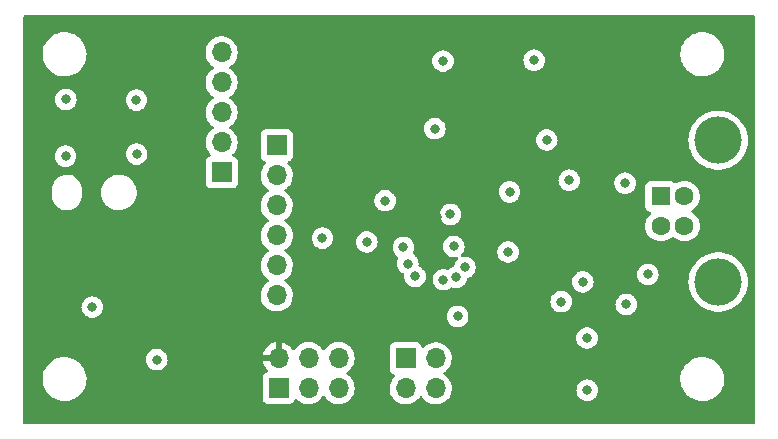
<source format=gbr>
%TF.GenerationSoftware,KiCad,Pcbnew,6.0.9+dfsg-1~bpo11+1*%
%TF.CreationDate,2022-12-03T02:39:55+00:00*%
%TF.ProjectId,t1,74312e6b-6963-4616-945f-706362585858,${git_hash}*%
%TF.SameCoordinates,Original*%
%TF.FileFunction,Copper,L3,Inr*%
%TF.FilePolarity,Positive*%
%FSLAX46Y46*%
G04 Gerber Fmt 4.6, Leading zero omitted, Abs format (unit mm)*
G04 Created by KiCad (PCBNEW 6.0.9+dfsg-1~bpo11+1) date 2022-12-03 02:39:55*
%MOMM*%
%LPD*%
G01*
G04 APERTURE LIST*
%TA.AperFunction,ComponentPad*%
%ADD10R,1.700000X1.700000*%
%TD*%
%TA.AperFunction,ComponentPad*%
%ADD11O,1.700000X1.700000*%
%TD*%
%TA.AperFunction,ComponentPad*%
%ADD12R,1.600000X1.600000*%
%TD*%
%TA.AperFunction,ComponentPad*%
%ADD13C,1.600000*%
%TD*%
%TA.AperFunction,ComponentPad*%
%ADD14C,4.000000*%
%TD*%
%TA.AperFunction,ViaPad*%
%ADD15C,0.800000*%
%TD*%
G04 APERTURE END LIST*
D10*
%TO.N,Net-(J3-Pad1)*%
%TO.C,J3*%
X136300000Y-79500000D03*
D11*
%TO.N,Net-(J3-Pad2)*%
X136300000Y-76960000D03*
%TO.N,Net-(J3-Pad3)*%
X136300000Y-74420000D03*
%TO.N,Net-(J3-Pad4)*%
X136300000Y-71880000D03*
%TO.N,Net-(J3-Pad5)*%
X136300000Y-69340000D03*
%TD*%
D10*
%TO.N,Net-(J4-Pad1)*%
%TO.C,J4*%
X151892000Y-95250000D03*
D11*
%TO.N,Net-(J4-Pad2)*%
X154432000Y-95250000D03*
%TO.N,Net-(J4-Pad3)*%
X151892000Y-97790000D03*
%TO.N,Net-(J4-Pad4)*%
X154432000Y-97790000D03*
%TD*%
D10*
%TO.N,/MISO2*%
%TO.C,J5*%
X141122400Y-97764600D03*
D11*
%TO.N,+5V*%
X141122400Y-95224600D03*
%TO.N,/SCK2*%
X143662400Y-97764600D03*
%TO.N,/MOSI2*%
X143662400Y-95224600D03*
%TO.N,/RESET2*%
X146202400Y-97764600D03*
%TO.N,GND*%
X146202400Y-95224600D03*
%TD*%
D10*
%TO.N,Net-(C8-Pad2)*%
%TO.C,J6*%
X140970000Y-77216000D03*
D11*
%TO.N,Net-(J6-Pad2)*%
X140970000Y-79756000D03*
%TO.N,Net-(J6-Pad3)*%
X140970000Y-82296000D03*
%TO.N,Net-(J6-Pad4)*%
X140970000Y-84836000D03*
%TO.N,Net-(J6-Pad5)*%
X140970000Y-87376000D03*
%TO.N,Net-(J6-Pad6)*%
X140970000Y-89916000D03*
%TD*%
D12*
%TO.N,Net-(F1-Pad2)*%
%TO.C,J2*%
X173482000Y-81534000D03*
D13*
%TO.N,Net-(J2-Pad2)*%
X173482000Y-84034000D03*
%TO.N,Net-(J2-Pad3)*%
X175482000Y-84034000D03*
%TO.N,Earth*%
X175482000Y-81534000D03*
D14*
%TO.N,Net-(FB1-Pad1)*%
X178342000Y-76784000D03*
X178342000Y-88784000D03*
%TD*%
D15*
%TO.N,GND*%
X154355800Y-75793600D03*
X123113800Y-73329800D03*
X129108200Y-77952600D03*
X167259000Y-97942400D03*
X155676600Y-83058000D03*
X163830000Y-76758800D03*
X125349000Y-90906600D03*
X130810000Y-95351600D03*
X129082800Y-73380600D03*
X144830800Y-85064600D03*
X123088400Y-78130400D03*
%TO.N,+5V*%
X159842200Y-98602800D03*
X154533600Y-83286600D03*
X146024600Y-69240400D03*
X159181800Y-81965800D03*
X130835400Y-88900000D03*
X129108200Y-84302600D03*
X121564400Y-89331800D03*
X123139200Y-84404200D03*
%TO.N,Net-(C3-Pad1)*%
X162763200Y-70002400D03*
%TO.N,Net-(C4-Pad1)*%
X155041600Y-70078600D03*
%TO.N,Earth*%
X160680400Y-81153000D03*
X166878000Y-88773000D03*
X160553400Y-86233000D03*
X167233600Y-93522800D03*
X165049200Y-90449400D03*
%TO.N,VBUS*%
X165735000Y-80162400D03*
%TO.N,Net-(FB1-Pad1)*%
X170459400Y-80416400D03*
X172389800Y-88138000D03*
X170561000Y-90678000D03*
%TO.N,Net-(J3-Pad4)*%
X156895800Y-87553800D03*
%TO.N,Net-(J3-Pad3)*%
X156159200Y-88392000D03*
%TO.N,Net-(J3-Pad2)*%
X156286200Y-91694000D03*
%TO.N,Net-(J3-Pad1)*%
X155067000Y-88595200D03*
%TO.N,Net-(J6-Pad6)*%
X152679400Y-88315800D03*
%TO.N,Net-(J6-Pad5)*%
X152069800Y-87223600D03*
%TO.N,Net-(J6-Pad4)*%
X151689100Y-85852000D03*
%TO.N,Net-(J6-Pad3)*%
X150139400Y-81889600D03*
%TO.N,Net-(J6-Pad2)*%
X148595111Y-85389689D03*
%TO.N,Net-(R2-Pad1)*%
X155956000Y-85775802D03*
%TD*%
%TA.AperFunction,Conductor*%
%TO.N,+5V*%
G36*
X181434121Y-66228002D02*
G01*
X181480614Y-66281658D01*
X181492000Y-66334000D01*
X181492000Y-100666000D01*
X181471998Y-100734121D01*
X181418342Y-100780614D01*
X181366000Y-100792000D01*
X119634000Y-100792000D01*
X119565879Y-100771998D01*
X119519386Y-100718342D01*
X119508000Y-100666000D01*
X119508000Y-97042277D01*
X121137009Y-97042277D01*
X121162625Y-97310769D01*
X121163710Y-97315203D01*
X121163711Y-97315209D01*
X121216169Y-97529588D01*
X121226731Y-97572750D01*
X121327985Y-97822733D01*
X121464265Y-98055482D01*
X121530741Y-98138606D01*
X121621649Y-98252280D01*
X121632716Y-98266119D01*
X121829809Y-98450234D01*
X122051416Y-98603968D01*
X122055499Y-98605999D01*
X122055502Y-98606001D01*
X122131667Y-98643892D01*
X122292894Y-98724101D01*
X122297228Y-98725522D01*
X122297231Y-98725523D01*
X122544853Y-98806698D01*
X122544859Y-98806699D01*
X122549186Y-98808118D01*
X122553677Y-98808898D01*
X122553678Y-98808898D01*
X122811140Y-98853601D01*
X122811148Y-98853602D01*
X122814921Y-98854257D01*
X122818758Y-98854448D01*
X122898578Y-98858422D01*
X122898586Y-98858422D01*
X122900149Y-98858500D01*
X123068512Y-98858500D01*
X123070780Y-98858335D01*
X123070792Y-98858335D01*
X123201884Y-98848823D01*
X123269004Y-98843953D01*
X123273459Y-98842969D01*
X123273462Y-98842969D01*
X123527912Y-98786791D01*
X123527916Y-98786790D01*
X123532372Y-98785806D01*
X123680628Y-98729637D01*
X123780318Y-98691868D01*
X123780321Y-98691867D01*
X123784588Y-98690250D01*
X123834126Y-98662734D01*
X139763900Y-98662734D01*
X139770655Y-98724916D01*
X139821785Y-98861305D01*
X139909139Y-98977861D01*
X140025695Y-99065215D01*
X140162084Y-99116345D01*
X140224266Y-99123100D01*
X142020534Y-99123100D01*
X142082716Y-99116345D01*
X142219105Y-99065215D01*
X142335661Y-98977861D01*
X142423015Y-98861305D01*
X142435677Y-98827529D01*
X142466998Y-98743982D01*
X142509640Y-98687218D01*
X142576202Y-98662518D01*
X142645550Y-98677726D01*
X142680217Y-98705714D01*
X142708650Y-98738538D01*
X142880526Y-98881232D01*
X143073400Y-98993938D01*
X143282092Y-99073630D01*
X143287160Y-99074661D01*
X143287163Y-99074662D01*
X143394417Y-99096483D01*
X143500997Y-99118167D01*
X143506172Y-99118357D01*
X143506174Y-99118357D01*
X143719073Y-99126164D01*
X143719077Y-99126164D01*
X143724237Y-99126353D01*
X143729357Y-99125697D01*
X143729359Y-99125697D01*
X143940688Y-99098625D01*
X143940689Y-99098625D01*
X143945816Y-99097968D01*
X143950766Y-99096483D01*
X144154829Y-99035261D01*
X144154834Y-99035259D01*
X144159784Y-99033774D01*
X144360394Y-98935496D01*
X144542260Y-98805773D01*
X144561309Y-98786791D01*
X144686016Y-98662518D01*
X144700496Y-98648089D01*
X144830853Y-98466677D01*
X144832176Y-98467628D01*
X144879045Y-98424457D01*
X144948980Y-98412225D01*
X145014426Y-98439744D01*
X145042275Y-98471594D01*
X145102387Y-98569688D01*
X145248650Y-98738538D01*
X145420526Y-98881232D01*
X145613400Y-98993938D01*
X145822092Y-99073630D01*
X145827160Y-99074661D01*
X145827163Y-99074662D01*
X145934417Y-99096483D01*
X146040997Y-99118167D01*
X146046172Y-99118357D01*
X146046174Y-99118357D01*
X146259073Y-99126164D01*
X146259077Y-99126164D01*
X146264237Y-99126353D01*
X146269357Y-99125697D01*
X146269359Y-99125697D01*
X146480688Y-99098625D01*
X146480689Y-99098625D01*
X146485816Y-99097968D01*
X146490766Y-99096483D01*
X146694829Y-99035261D01*
X146694834Y-99035259D01*
X146699784Y-99033774D01*
X146900394Y-98935496D01*
X147082260Y-98805773D01*
X147101309Y-98786791D01*
X147226016Y-98662518D01*
X147240496Y-98648089D01*
X147370853Y-98466677D01*
X147385212Y-98437625D01*
X147467536Y-98271053D01*
X147467537Y-98271051D01*
X147469830Y-98266411D01*
X147527053Y-98078069D01*
X147533265Y-98057623D01*
X147533265Y-98057621D01*
X147534770Y-98052669D01*
X147563929Y-97831190D01*
X147564853Y-97793365D01*
X147565474Y-97767965D01*
X147565474Y-97767961D01*
X147565556Y-97764600D01*
X147564906Y-97756695D01*
X150529251Y-97756695D01*
X150529548Y-97761848D01*
X150529548Y-97761851D01*
X150535011Y-97856590D01*
X150542110Y-97979715D01*
X150543247Y-97984761D01*
X150543248Y-97984767D01*
X150559989Y-98059049D01*
X150591222Y-98197639D01*
X150675266Y-98404616D01*
X150713297Y-98466677D01*
X150789291Y-98590688D01*
X150791987Y-98595088D01*
X150938250Y-98763938D01*
X151110126Y-98906632D01*
X151303000Y-99019338D01*
X151511692Y-99099030D01*
X151516760Y-99100061D01*
X151516763Y-99100062D01*
X151624017Y-99121883D01*
X151730597Y-99143567D01*
X151735772Y-99143757D01*
X151735774Y-99143757D01*
X151948673Y-99151564D01*
X151948677Y-99151564D01*
X151953837Y-99151753D01*
X151958957Y-99151097D01*
X151958959Y-99151097D01*
X152170288Y-99124025D01*
X152170289Y-99124025D01*
X152175416Y-99123368D01*
X152180366Y-99121883D01*
X152384429Y-99060661D01*
X152384434Y-99060659D01*
X152389384Y-99059174D01*
X152589994Y-98960896D01*
X152771860Y-98831173D01*
X152794341Y-98808771D01*
X152897757Y-98705715D01*
X152930096Y-98673489D01*
X152937980Y-98662518D01*
X153060453Y-98492077D01*
X153061776Y-98493028D01*
X153108645Y-98449857D01*
X153178580Y-98437625D01*
X153244026Y-98465144D01*
X153271875Y-98496994D01*
X153331987Y-98595088D01*
X153478250Y-98763938D01*
X153650126Y-98906632D01*
X153843000Y-99019338D01*
X154051692Y-99099030D01*
X154056760Y-99100061D01*
X154056763Y-99100062D01*
X154164017Y-99121883D01*
X154270597Y-99143567D01*
X154275772Y-99143757D01*
X154275774Y-99143757D01*
X154488673Y-99151564D01*
X154488677Y-99151564D01*
X154493837Y-99151753D01*
X154498957Y-99151097D01*
X154498959Y-99151097D01*
X154710288Y-99124025D01*
X154710289Y-99124025D01*
X154715416Y-99123368D01*
X154720366Y-99121883D01*
X154924429Y-99060661D01*
X154924434Y-99060659D01*
X154929384Y-99059174D01*
X155129994Y-98960896D01*
X155311860Y-98831173D01*
X155334341Y-98808771D01*
X155437757Y-98705715D01*
X155470096Y-98673489D01*
X155477980Y-98662518D01*
X155597435Y-98496277D01*
X155600453Y-98492077D01*
X155604321Y-98484252D01*
X155697136Y-98296453D01*
X155697137Y-98296451D01*
X155699430Y-98291811D01*
X155764370Y-98078069D01*
X155782232Y-97942400D01*
X166345496Y-97942400D01*
X166346186Y-97948965D01*
X166357086Y-98052669D01*
X166365458Y-98132328D01*
X166424473Y-98313956D01*
X166519960Y-98479344D01*
X166524378Y-98484251D01*
X166524379Y-98484252D01*
X166629832Y-98601369D01*
X166647747Y-98621266D01*
X166704823Y-98662734D01*
X166789287Y-98724101D01*
X166802248Y-98733518D01*
X166808276Y-98736202D01*
X166808278Y-98736203D01*
X166969803Y-98808118D01*
X166976712Y-98811194D01*
X167053562Y-98827529D01*
X167157056Y-98849528D01*
X167157061Y-98849528D01*
X167163513Y-98850900D01*
X167354487Y-98850900D01*
X167360939Y-98849528D01*
X167360944Y-98849528D01*
X167464438Y-98827529D01*
X167541288Y-98811194D01*
X167548197Y-98808118D01*
X167709722Y-98736203D01*
X167709724Y-98736202D01*
X167715752Y-98733518D01*
X167728714Y-98724101D01*
X167813177Y-98662734D01*
X167870253Y-98621266D01*
X167888168Y-98601369D01*
X167993621Y-98484252D01*
X167993622Y-98484251D01*
X167998040Y-98479344D01*
X168093527Y-98313956D01*
X168152542Y-98132328D01*
X168160915Y-98052669D01*
X168171814Y-97948965D01*
X168172504Y-97942400D01*
X168161164Y-97834508D01*
X168153232Y-97759035D01*
X168153232Y-97759033D01*
X168152542Y-97752472D01*
X168093527Y-97570844D01*
X168088619Y-97562342D01*
X168001341Y-97411174D01*
X167998040Y-97405456D01*
X167920470Y-97319305D01*
X167874675Y-97268445D01*
X167874674Y-97268444D01*
X167870253Y-97263534D01*
X167715752Y-97151282D01*
X167709724Y-97148598D01*
X167709722Y-97148597D01*
X167547319Y-97076291D01*
X167547318Y-97076291D01*
X167541288Y-97073606D01*
X167415332Y-97046833D01*
X167393899Y-97042277D01*
X175137009Y-97042277D01*
X175162625Y-97310769D01*
X175163710Y-97315203D01*
X175163711Y-97315209D01*
X175216169Y-97529588D01*
X175226731Y-97572750D01*
X175327985Y-97822733D01*
X175464265Y-98055482D01*
X175530741Y-98138606D01*
X175621649Y-98252280D01*
X175632716Y-98266119D01*
X175829809Y-98450234D01*
X176051416Y-98603968D01*
X176055499Y-98605999D01*
X176055502Y-98606001D01*
X176131667Y-98643892D01*
X176292894Y-98724101D01*
X176297228Y-98725522D01*
X176297231Y-98725523D01*
X176544853Y-98806698D01*
X176544859Y-98806699D01*
X176549186Y-98808118D01*
X176553677Y-98808898D01*
X176553678Y-98808898D01*
X176811140Y-98853601D01*
X176811148Y-98853602D01*
X176814921Y-98854257D01*
X176818758Y-98854448D01*
X176898578Y-98858422D01*
X176898586Y-98858422D01*
X176900149Y-98858500D01*
X177068512Y-98858500D01*
X177070780Y-98858335D01*
X177070792Y-98858335D01*
X177201884Y-98848823D01*
X177269004Y-98843953D01*
X177273459Y-98842969D01*
X177273462Y-98842969D01*
X177527912Y-98786791D01*
X177527916Y-98786790D01*
X177532372Y-98785806D01*
X177680628Y-98729637D01*
X177780318Y-98691868D01*
X177780321Y-98691867D01*
X177784588Y-98690250D01*
X178020368Y-98559286D01*
X178223034Y-98404616D01*
X178231141Y-98398429D01*
X178231142Y-98398428D01*
X178234773Y-98395657D01*
X178423312Y-98202792D01*
X178582034Y-97984730D01*
X178647706Y-97859908D01*
X178705490Y-97750079D01*
X178705493Y-97750073D01*
X178707615Y-97746039D01*
X178770378Y-97568312D01*
X178795902Y-97496033D01*
X178795902Y-97496032D01*
X178797425Y-97491720D01*
X178830424Y-97324297D01*
X178848700Y-97231572D01*
X178848701Y-97231566D01*
X178849581Y-97227100D01*
X178853162Y-97155163D01*
X178862764Y-96962292D01*
X178862764Y-96962286D01*
X178862991Y-96957723D01*
X178837375Y-96689231D01*
X178832155Y-96667895D01*
X178774355Y-96431688D01*
X178773269Y-96427250D01*
X178672015Y-96177267D01*
X178535735Y-95944518D01*
X178417928Y-95797208D01*
X178370136Y-95737447D01*
X178370135Y-95737445D01*
X178367284Y-95733881D01*
X178170191Y-95549766D01*
X177948584Y-95396032D01*
X177944501Y-95394001D01*
X177944498Y-95393999D01*
X177795568Y-95319908D01*
X177707106Y-95275899D01*
X177702772Y-95274478D01*
X177702769Y-95274477D01*
X177455147Y-95193302D01*
X177455141Y-95193301D01*
X177450814Y-95191882D01*
X177446322Y-95191102D01*
X177188860Y-95146399D01*
X177188852Y-95146398D01*
X177185079Y-95145743D01*
X177173817Y-95145182D01*
X177101422Y-95141578D01*
X177101414Y-95141578D01*
X177099851Y-95141500D01*
X176931488Y-95141500D01*
X176929220Y-95141665D01*
X176929208Y-95141665D01*
X176798116Y-95151177D01*
X176730996Y-95156047D01*
X176726541Y-95157031D01*
X176726538Y-95157031D01*
X176472088Y-95213209D01*
X176472084Y-95213210D01*
X176467628Y-95214194D01*
X176373120Y-95250000D01*
X176219682Y-95308132D01*
X176219679Y-95308133D01*
X176215412Y-95309750D01*
X175979632Y-95440714D01*
X175765227Y-95604343D01*
X175762034Y-95607609D01*
X175762032Y-95607611D01*
X175670957Y-95700776D01*
X175576688Y-95797208D01*
X175417966Y-96015270D01*
X175407928Y-96034349D01*
X175294510Y-96249921D01*
X175294507Y-96249927D01*
X175292385Y-96253961D01*
X175290865Y-96258266D01*
X175290863Y-96258270D01*
X175210259Y-96486521D01*
X175202575Y-96508280D01*
X175193177Y-96555964D01*
X175151454Y-96767651D01*
X175150419Y-96772900D01*
X175150192Y-96777453D01*
X175150192Y-96777456D01*
X175137358Y-97035272D01*
X175137009Y-97042277D01*
X167393899Y-97042277D01*
X167360944Y-97035272D01*
X167360939Y-97035272D01*
X167354487Y-97033900D01*
X167163513Y-97033900D01*
X167157061Y-97035272D01*
X167157056Y-97035272D01*
X167102668Y-97046833D01*
X166976712Y-97073606D01*
X166970682Y-97076291D01*
X166970681Y-97076291D01*
X166808278Y-97148597D01*
X166808276Y-97148598D01*
X166802248Y-97151282D01*
X166647747Y-97263534D01*
X166643326Y-97268444D01*
X166643325Y-97268445D01*
X166597531Y-97319305D01*
X166519960Y-97405456D01*
X166516659Y-97411174D01*
X166429382Y-97562342D01*
X166424473Y-97570844D01*
X166365458Y-97752472D01*
X166364768Y-97759033D01*
X166364768Y-97759035D01*
X166356836Y-97834508D01*
X166345496Y-97942400D01*
X155782232Y-97942400D01*
X155793529Y-97856590D01*
X155794150Y-97831190D01*
X155795074Y-97793365D01*
X155795074Y-97793361D01*
X155795156Y-97790000D01*
X155776852Y-97567361D01*
X155722431Y-97350702D01*
X155633354Y-97145840D01*
X155578892Y-97061654D01*
X155514822Y-96962617D01*
X155514820Y-96962614D01*
X155512014Y-96958277D01*
X155361670Y-96793051D01*
X155357619Y-96789852D01*
X155357615Y-96789848D01*
X155190414Y-96657800D01*
X155190410Y-96657798D01*
X155186359Y-96654598D01*
X155145053Y-96631796D01*
X155095084Y-96581364D01*
X155080312Y-96511921D01*
X155105428Y-96445516D01*
X155132780Y-96418909D01*
X155191920Y-96376725D01*
X155311860Y-96291173D01*
X155334341Y-96268771D01*
X155426165Y-96177267D01*
X155470096Y-96133489D01*
X155491364Y-96103892D01*
X155597435Y-95956277D01*
X155600453Y-95952077D01*
X155610577Y-95931594D01*
X155697136Y-95756453D01*
X155697137Y-95756451D01*
X155699430Y-95751811D01*
X155737337Y-95627046D01*
X155762865Y-95543023D01*
X155762865Y-95543021D01*
X155764370Y-95538069D01*
X155793529Y-95316590D01*
X155794150Y-95291190D01*
X155795074Y-95253365D01*
X155795074Y-95253361D01*
X155795156Y-95250000D01*
X155776852Y-95027361D01*
X155722431Y-94810702D01*
X155633354Y-94605840D01*
X155552872Y-94481434D01*
X155514822Y-94422617D01*
X155514820Y-94422614D01*
X155512014Y-94418277D01*
X155361670Y-94253051D01*
X155357619Y-94249852D01*
X155357615Y-94249848D01*
X155190414Y-94117800D01*
X155190410Y-94117798D01*
X155186359Y-94114598D01*
X154990789Y-94006638D01*
X154985920Y-94004914D01*
X154985916Y-94004912D01*
X154785087Y-93933795D01*
X154785083Y-93933794D01*
X154780212Y-93932069D01*
X154775119Y-93931162D01*
X154775116Y-93931161D01*
X154565373Y-93893800D01*
X154565367Y-93893799D01*
X154560284Y-93892894D01*
X154486452Y-93891992D01*
X154342081Y-93890228D01*
X154342079Y-93890228D01*
X154336911Y-93890165D01*
X154116091Y-93923955D01*
X153903756Y-93993357D01*
X153873443Y-94009137D01*
X153758175Y-94069142D01*
X153705607Y-94096507D01*
X153701474Y-94099610D01*
X153701471Y-94099612D01*
X153531100Y-94227530D01*
X153526965Y-94230635D01*
X153470537Y-94289684D01*
X153446283Y-94315064D01*
X153384759Y-94350494D01*
X153313846Y-94347037D01*
X153256060Y-94305791D01*
X153237207Y-94272243D01*
X153195767Y-94161703D01*
X153192615Y-94153295D01*
X153105261Y-94036739D01*
X152988705Y-93949385D01*
X152852316Y-93898255D01*
X152790134Y-93891500D01*
X150993866Y-93891500D01*
X150931684Y-93898255D01*
X150795295Y-93949385D01*
X150678739Y-94036739D01*
X150591385Y-94153295D01*
X150540255Y-94289684D01*
X150533500Y-94351866D01*
X150533500Y-96148134D01*
X150540255Y-96210316D01*
X150591385Y-96346705D01*
X150678739Y-96463261D01*
X150795295Y-96550615D01*
X150803704Y-96553767D01*
X150803705Y-96553768D01*
X150912451Y-96594535D01*
X150969216Y-96637176D01*
X150993916Y-96703738D01*
X150978709Y-96773087D01*
X150959316Y-96799568D01*
X150832629Y-96932138D01*
X150706743Y-97116680D01*
X150688880Y-97155163D01*
X150632787Y-97276006D01*
X150612688Y-97319305D01*
X150552989Y-97534570D01*
X150529251Y-97756695D01*
X147564906Y-97756695D01*
X147547252Y-97541961D01*
X147492831Y-97325302D01*
X147403754Y-97120440D01*
X147364306Y-97059462D01*
X147285222Y-96937217D01*
X147285220Y-96937214D01*
X147282414Y-96932877D01*
X147132070Y-96767651D01*
X147128019Y-96764452D01*
X147128015Y-96764448D01*
X146960814Y-96632400D01*
X146960810Y-96632398D01*
X146956759Y-96629198D01*
X146915453Y-96606396D01*
X146865484Y-96555964D01*
X146850712Y-96486521D01*
X146875828Y-96420116D01*
X146903180Y-96393509D01*
X146968797Y-96346705D01*
X147082260Y-96265773D01*
X147094114Y-96253961D01*
X147200311Y-96148134D01*
X147240496Y-96108089D01*
X147296274Y-96030466D01*
X147367835Y-95930877D01*
X147370853Y-95926677D01*
X147384395Y-95899278D01*
X147467536Y-95731053D01*
X147467537Y-95731051D01*
X147469830Y-95726411D01*
X147527996Y-95534965D01*
X147533265Y-95517623D01*
X147533265Y-95517621D01*
X147534770Y-95512669D01*
X147563929Y-95291190D01*
X147564303Y-95275899D01*
X147565474Y-95227965D01*
X147565474Y-95227961D01*
X147565556Y-95224600D01*
X147547252Y-95001961D01*
X147492831Y-94785302D01*
X147403754Y-94580440D01*
X147339704Y-94481434D01*
X147285222Y-94397217D01*
X147285220Y-94397214D01*
X147282414Y-94392877D01*
X147132070Y-94227651D01*
X147128019Y-94224452D01*
X147128015Y-94224448D01*
X146960814Y-94092400D01*
X146960810Y-94092398D01*
X146956759Y-94089198D01*
X146920428Y-94069142D01*
X146861729Y-94036739D01*
X146761189Y-93981238D01*
X146756320Y-93979514D01*
X146756316Y-93979512D01*
X146555487Y-93908395D01*
X146555483Y-93908394D01*
X146550612Y-93906669D01*
X146545519Y-93905762D01*
X146545516Y-93905761D01*
X146335773Y-93868400D01*
X146335767Y-93868399D01*
X146330684Y-93867494D01*
X146256852Y-93866592D01*
X146112481Y-93864828D01*
X146112479Y-93864828D01*
X146107311Y-93864765D01*
X145886491Y-93898555D01*
X145674156Y-93967957D01*
X145628450Y-93991750D01*
X145528235Y-94043919D01*
X145476007Y-94071107D01*
X145471874Y-94074210D01*
X145471871Y-94074212D01*
X145355344Y-94161703D01*
X145297365Y-94205235D01*
X145143029Y-94366738D01*
X145035601Y-94524221D01*
X144980693Y-94569221D01*
X144910168Y-94577392D01*
X144846421Y-94546138D01*
X144825724Y-94521654D01*
X144745222Y-94397217D01*
X144745220Y-94397214D01*
X144742414Y-94392877D01*
X144592070Y-94227651D01*
X144588019Y-94224452D01*
X144588015Y-94224448D01*
X144420814Y-94092400D01*
X144420810Y-94092398D01*
X144416759Y-94089198D01*
X144380428Y-94069142D01*
X144321729Y-94036739D01*
X144221189Y-93981238D01*
X144216320Y-93979514D01*
X144216316Y-93979512D01*
X144015487Y-93908395D01*
X144015483Y-93908394D01*
X144010612Y-93906669D01*
X144005519Y-93905762D01*
X144005516Y-93905761D01*
X143795773Y-93868400D01*
X143795767Y-93868399D01*
X143790684Y-93867494D01*
X143716852Y-93866592D01*
X143572481Y-93864828D01*
X143572479Y-93864828D01*
X143567311Y-93864765D01*
X143346491Y-93898555D01*
X143134156Y-93967957D01*
X143088450Y-93991750D01*
X142988235Y-94043919D01*
X142936007Y-94071107D01*
X142931874Y-94074210D01*
X142931871Y-94074212D01*
X142815344Y-94161703D01*
X142757365Y-94205235D01*
X142603029Y-94366738D01*
X142600120Y-94371003D01*
X142600114Y-94371011D01*
X142587905Y-94388909D01*
X142495604Y-94524218D01*
X142495298Y-94524666D01*
X142440387Y-94569669D01*
X142369862Y-94577840D01*
X142306115Y-94546586D01*
X142285418Y-94522102D01*
X142204826Y-94397526D01*
X142198536Y-94389357D01*
X142055206Y-94231840D01*
X142047673Y-94224815D01*
X141880539Y-94092822D01*
X141871952Y-94087117D01*
X141685517Y-93984199D01*
X141676105Y-93979969D01*
X141475359Y-93908880D01*
X141465388Y-93906246D01*
X141394237Y-93893572D01*
X141380940Y-93895032D01*
X141376400Y-93909589D01*
X141376400Y-95352600D01*
X141356398Y-95420721D01*
X141302742Y-95467214D01*
X141250400Y-95478600D01*
X139805625Y-95478600D01*
X139792094Y-95482573D01*
X139790657Y-95492566D01*
X139820965Y-95627046D01*
X139824045Y-95636875D01*
X139904170Y-95834203D01*
X139908813Y-95843394D01*
X140020094Y-96024988D01*
X140026177Y-96033299D01*
X140165613Y-96194267D01*
X140172977Y-96201479D01*
X140177922Y-96205585D01*
X140217556Y-96264489D01*
X140219053Y-96335470D01*
X140181937Y-96395992D01*
X140141664Y-96420510D01*
X140034105Y-96460832D01*
X140034104Y-96460833D01*
X140025695Y-96463985D01*
X139909139Y-96551339D01*
X139821785Y-96667895D01*
X139770655Y-96804284D01*
X139763900Y-96866466D01*
X139763900Y-98662734D01*
X123834126Y-98662734D01*
X124020368Y-98559286D01*
X124223034Y-98404616D01*
X124231141Y-98398429D01*
X124231142Y-98398428D01*
X124234773Y-98395657D01*
X124423312Y-98202792D01*
X124582034Y-97984730D01*
X124647706Y-97859908D01*
X124705490Y-97750079D01*
X124705493Y-97750073D01*
X124707615Y-97746039D01*
X124770378Y-97568312D01*
X124795902Y-97496033D01*
X124795902Y-97496032D01*
X124797425Y-97491720D01*
X124830424Y-97324297D01*
X124848700Y-97231572D01*
X124848701Y-97231566D01*
X124849581Y-97227100D01*
X124853162Y-97155163D01*
X124862764Y-96962292D01*
X124862764Y-96962286D01*
X124862991Y-96957723D01*
X124837375Y-96689231D01*
X124832155Y-96667895D01*
X124774355Y-96431688D01*
X124773269Y-96427250D01*
X124672015Y-96177267D01*
X124535735Y-95944518D01*
X124417928Y-95797208D01*
X124370136Y-95737447D01*
X124370135Y-95737445D01*
X124367284Y-95733881D01*
X124170191Y-95549766D01*
X123948584Y-95396032D01*
X123944501Y-95394001D01*
X123944498Y-95393999D01*
X123859272Y-95351600D01*
X129896496Y-95351600D01*
X129897186Y-95358165D01*
X129913946Y-95517623D01*
X129916458Y-95541528D01*
X129975473Y-95723156D01*
X130070960Y-95888544D01*
X130075378Y-95893451D01*
X130075379Y-95893452D01*
X130194085Y-96025288D01*
X130198747Y-96030466D01*
X130353248Y-96142718D01*
X130359276Y-96145402D01*
X130359278Y-96145403D01*
X130487431Y-96202460D01*
X130527712Y-96220394D01*
X130621112Y-96240247D01*
X130708056Y-96258728D01*
X130708061Y-96258728D01*
X130714513Y-96260100D01*
X130905487Y-96260100D01*
X130911939Y-96258728D01*
X130911944Y-96258728D01*
X130998888Y-96240247D01*
X131092288Y-96220394D01*
X131132569Y-96202460D01*
X131260722Y-96145403D01*
X131260724Y-96145402D01*
X131266752Y-96142718D01*
X131421253Y-96030466D01*
X131425915Y-96025288D01*
X131544621Y-95893452D01*
X131544622Y-95893451D01*
X131549040Y-95888544D01*
X131644527Y-95723156D01*
X131703542Y-95541528D01*
X131706055Y-95517623D01*
X131722814Y-95358165D01*
X131723504Y-95351600D01*
X131718935Y-95308132D01*
X131704232Y-95168235D01*
X131704232Y-95168233D01*
X131703542Y-95161672D01*
X131644527Y-94980044D01*
X131639075Y-94970600D01*
X131632252Y-94958783D01*
X139786789Y-94958783D01*
X139788312Y-94967207D01*
X139800692Y-94970600D01*
X140850285Y-94970600D01*
X140865524Y-94966125D01*
X140866729Y-94964735D01*
X140868400Y-94957052D01*
X140868400Y-93907702D01*
X140864482Y-93894358D01*
X140850206Y-93892371D01*
X140811724Y-93898260D01*
X140801688Y-93900651D01*
X140599268Y-93966812D01*
X140589759Y-93970809D01*
X140400863Y-94069142D01*
X140392138Y-94074636D01*
X140221833Y-94202505D01*
X140214126Y-94209348D01*
X140066990Y-94363317D01*
X140060504Y-94371327D01*
X139940498Y-94547249D01*
X139935400Y-94556223D01*
X139845738Y-94749383D01*
X139842175Y-94759070D01*
X139786789Y-94958783D01*
X131632252Y-94958783D01*
X131552341Y-94820374D01*
X131549040Y-94814656D01*
X131518335Y-94780554D01*
X131425675Y-94677645D01*
X131425674Y-94677644D01*
X131421253Y-94672734D01*
X131288237Y-94576092D01*
X131272094Y-94564363D01*
X131272093Y-94564362D01*
X131266752Y-94560482D01*
X131260724Y-94557798D01*
X131260722Y-94557797D01*
X131098319Y-94485491D01*
X131098318Y-94485491D01*
X131092288Y-94482806D01*
X130998888Y-94462953D01*
X130911944Y-94444472D01*
X130911939Y-94444472D01*
X130905487Y-94443100D01*
X130714513Y-94443100D01*
X130708061Y-94444472D01*
X130708056Y-94444472D01*
X130621113Y-94462953D01*
X130527712Y-94482806D01*
X130521682Y-94485491D01*
X130521681Y-94485491D01*
X130359278Y-94557797D01*
X130359276Y-94557798D01*
X130353248Y-94560482D01*
X130347907Y-94564362D01*
X130347906Y-94564363D01*
X130331763Y-94576092D01*
X130198747Y-94672734D01*
X130194326Y-94677644D01*
X130194325Y-94677645D01*
X130101666Y-94780554D01*
X130070960Y-94814656D01*
X130067659Y-94820374D01*
X129980926Y-94970600D01*
X129975473Y-94980044D01*
X129916458Y-95161672D01*
X129915768Y-95168233D01*
X129915768Y-95168235D01*
X129901065Y-95308132D01*
X129896496Y-95351600D01*
X123859272Y-95351600D01*
X123795568Y-95319908D01*
X123707106Y-95275899D01*
X123702772Y-95274478D01*
X123702769Y-95274477D01*
X123455147Y-95193302D01*
X123455141Y-95193301D01*
X123450814Y-95191882D01*
X123446322Y-95191102D01*
X123188860Y-95146399D01*
X123188852Y-95146398D01*
X123185079Y-95145743D01*
X123173817Y-95145182D01*
X123101422Y-95141578D01*
X123101414Y-95141578D01*
X123099851Y-95141500D01*
X122931488Y-95141500D01*
X122929220Y-95141665D01*
X122929208Y-95141665D01*
X122798116Y-95151177D01*
X122730996Y-95156047D01*
X122726541Y-95157031D01*
X122726538Y-95157031D01*
X122472088Y-95213209D01*
X122472084Y-95213210D01*
X122467628Y-95214194D01*
X122373120Y-95250000D01*
X122219682Y-95308132D01*
X122219679Y-95308133D01*
X122215412Y-95309750D01*
X121979632Y-95440714D01*
X121765227Y-95604343D01*
X121762034Y-95607609D01*
X121762032Y-95607611D01*
X121670957Y-95700776D01*
X121576688Y-95797208D01*
X121417966Y-96015270D01*
X121407928Y-96034349D01*
X121294510Y-96249921D01*
X121294507Y-96249927D01*
X121292385Y-96253961D01*
X121290865Y-96258266D01*
X121290863Y-96258270D01*
X121210259Y-96486521D01*
X121202575Y-96508280D01*
X121193177Y-96555964D01*
X121151454Y-96767651D01*
X121150419Y-96772900D01*
X121150192Y-96777453D01*
X121150192Y-96777456D01*
X121137358Y-97035272D01*
X121137009Y-97042277D01*
X119508000Y-97042277D01*
X119508000Y-93522800D01*
X166320096Y-93522800D01*
X166340058Y-93712728D01*
X166399073Y-93894356D01*
X166402376Y-93900078D01*
X166402377Y-93900079D01*
X166416162Y-93923955D01*
X166494560Y-94059744D01*
X166498978Y-94064651D01*
X166498979Y-94064652D01*
X166586364Y-94161703D01*
X166622347Y-94201666D01*
X166776848Y-94313918D01*
X166782876Y-94316602D01*
X166782878Y-94316603D01*
X166905791Y-94371327D01*
X166951312Y-94391594D01*
X167044712Y-94411447D01*
X167131656Y-94429928D01*
X167131661Y-94429928D01*
X167138113Y-94431300D01*
X167329087Y-94431300D01*
X167335539Y-94429928D01*
X167335544Y-94429928D01*
X167422488Y-94411447D01*
X167515888Y-94391594D01*
X167561409Y-94371327D01*
X167684322Y-94316603D01*
X167684324Y-94316602D01*
X167690352Y-94313918D01*
X167844853Y-94201666D01*
X167880836Y-94161703D01*
X167968221Y-94064652D01*
X167968222Y-94064651D01*
X167972640Y-94059744D01*
X168051038Y-93923955D01*
X168064823Y-93900079D01*
X168064824Y-93900078D01*
X168068127Y-93894356D01*
X168127142Y-93712728D01*
X168147104Y-93522800D01*
X168127142Y-93332872D01*
X168068127Y-93151244D01*
X167972640Y-92985856D01*
X167844853Y-92843934D01*
X167690352Y-92731682D01*
X167684324Y-92728998D01*
X167684322Y-92728997D01*
X167521919Y-92656691D01*
X167521918Y-92656691D01*
X167515888Y-92654006D01*
X167422487Y-92634153D01*
X167335544Y-92615672D01*
X167335539Y-92615672D01*
X167329087Y-92614300D01*
X167138113Y-92614300D01*
X167131661Y-92615672D01*
X167131656Y-92615672D01*
X167044713Y-92634153D01*
X166951312Y-92654006D01*
X166945282Y-92656691D01*
X166945281Y-92656691D01*
X166782878Y-92728997D01*
X166782876Y-92728998D01*
X166776848Y-92731682D01*
X166622347Y-92843934D01*
X166494560Y-92985856D01*
X166399073Y-93151244D01*
X166340058Y-93332872D01*
X166320096Y-93522800D01*
X119508000Y-93522800D01*
X119508000Y-90906600D01*
X124435496Y-90906600D01*
X124436186Y-90913165D01*
X124454446Y-91086896D01*
X124455458Y-91096528D01*
X124514473Y-91278156D01*
X124517776Y-91283878D01*
X124517777Y-91283879D01*
X124537589Y-91318194D01*
X124609960Y-91443544D01*
X124614378Y-91448451D01*
X124614379Y-91448452D01*
X124704162Y-91548166D01*
X124737747Y-91585466D01*
X124836843Y-91657464D01*
X124878095Y-91687435D01*
X124892248Y-91697718D01*
X124898276Y-91700402D01*
X124898278Y-91700403D01*
X124898642Y-91700565D01*
X125066712Y-91775394D01*
X125160113Y-91795247D01*
X125247056Y-91813728D01*
X125247061Y-91813728D01*
X125253513Y-91815100D01*
X125444487Y-91815100D01*
X125450939Y-91813728D01*
X125450944Y-91813728D01*
X125537887Y-91795247D01*
X125631288Y-91775394D01*
X125799358Y-91700565D01*
X125799722Y-91700403D01*
X125799724Y-91700402D01*
X125805752Y-91697718D01*
X125810870Y-91694000D01*
X155372696Y-91694000D01*
X155373386Y-91700565D01*
X155380969Y-91772709D01*
X155392658Y-91883928D01*
X155451673Y-92065556D01*
X155547160Y-92230944D01*
X155674947Y-92372866D01*
X155829448Y-92485118D01*
X155835476Y-92487802D01*
X155835478Y-92487803D01*
X155997881Y-92560109D01*
X156003912Y-92562794D01*
X156097313Y-92582647D01*
X156184256Y-92601128D01*
X156184261Y-92601128D01*
X156190713Y-92602500D01*
X156381687Y-92602500D01*
X156388139Y-92601128D01*
X156388144Y-92601128D01*
X156475087Y-92582647D01*
X156568488Y-92562794D01*
X156574519Y-92560109D01*
X156736922Y-92487803D01*
X156736924Y-92487802D01*
X156742952Y-92485118D01*
X156897453Y-92372866D01*
X157025240Y-92230944D01*
X157120727Y-92065556D01*
X157179742Y-91883928D01*
X157191432Y-91772709D01*
X157199014Y-91700565D01*
X157199704Y-91694000D01*
X157188705Y-91589349D01*
X157180432Y-91510635D01*
X157180432Y-91510633D01*
X157179742Y-91504072D01*
X157120727Y-91322444D01*
X157098462Y-91283879D01*
X157035278Y-91174443D01*
X157025240Y-91157056D01*
X156999318Y-91128266D01*
X156901875Y-91020045D01*
X156901874Y-91020044D01*
X156897453Y-91015134D01*
X156798357Y-90943136D01*
X156748294Y-90906763D01*
X156748293Y-90906762D01*
X156742952Y-90902882D01*
X156736924Y-90900198D01*
X156736922Y-90900197D01*
X156574519Y-90827891D01*
X156574518Y-90827891D01*
X156568488Y-90825206D01*
X156447500Y-90799489D01*
X156388144Y-90786872D01*
X156388139Y-90786872D01*
X156381687Y-90785500D01*
X156190713Y-90785500D01*
X156184261Y-90786872D01*
X156184256Y-90786872D01*
X156124900Y-90799489D01*
X156003912Y-90825206D01*
X155997882Y-90827891D01*
X155997881Y-90827891D01*
X155835478Y-90900197D01*
X155835476Y-90900198D01*
X155829448Y-90902882D01*
X155824107Y-90906762D01*
X155824106Y-90906763D01*
X155774043Y-90943136D01*
X155674947Y-91015134D01*
X155670526Y-91020044D01*
X155670525Y-91020045D01*
X155573083Y-91128266D01*
X155547160Y-91157056D01*
X155537122Y-91174443D01*
X155473939Y-91283879D01*
X155451673Y-91322444D01*
X155392658Y-91504072D01*
X155391968Y-91510633D01*
X155391968Y-91510635D01*
X155383695Y-91589349D01*
X155372696Y-91694000D01*
X125810870Y-91694000D01*
X125819906Y-91687435D01*
X125861157Y-91657464D01*
X125960253Y-91585466D01*
X125993838Y-91548166D01*
X126083621Y-91448452D01*
X126083622Y-91448451D01*
X126088040Y-91443544D01*
X126160411Y-91318194D01*
X126180223Y-91283879D01*
X126180224Y-91283878D01*
X126183527Y-91278156D01*
X126242542Y-91096528D01*
X126243555Y-91086896D01*
X126261814Y-90913165D01*
X126262504Y-90906600D01*
X126257750Y-90861365D01*
X126243232Y-90723235D01*
X126243232Y-90723233D01*
X126242542Y-90716672D01*
X126183527Y-90535044D01*
X126088040Y-90369656D01*
X126050916Y-90328425D01*
X125964675Y-90232645D01*
X125964674Y-90232644D01*
X125960253Y-90227734D01*
X125848822Y-90146774D01*
X125811094Y-90119363D01*
X125811093Y-90119362D01*
X125805752Y-90115482D01*
X125799724Y-90112798D01*
X125799722Y-90112797D01*
X125637319Y-90040491D01*
X125637318Y-90040491D01*
X125631288Y-90037806D01*
X125537888Y-90017953D01*
X125450944Y-89999472D01*
X125450939Y-89999472D01*
X125444487Y-89998100D01*
X125253513Y-89998100D01*
X125247061Y-89999472D01*
X125247056Y-89999472D01*
X125160112Y-90017953D01*
X125066712Y-90037806D01*
X125060682Y-90040491D01*
X125060681Y-90040491D01*
X124898278Y-90112797D01*
X124898276Y-90112798D01*
X124892248Y-90115482D01*
X124886907Y-90119362D01*
X124886906Y-90119363D01*
X124849178Y-90146774D01*
X124737747Y-90227734D01*
X124733326Y-90232644D01*
X124733325Y-90232645D01*
X124647085Y-90328425D01*
X124609960Y-90369656D01*
X124514473Y-90535044D01*
X124455458Y-90716672D01*
X124454768Y-90723233D01*
X124454768Y-90723235D01*
X124440250Y-90861365D01*
X124435496Y-90906600D01*
X119508000Y-90906600D01*
X119508000Y-89882695D01*
X139607251Y-89882695D01*
X139607548Y-89887848D01*
X139607548Y-89887851D01*
X139613011Y-89982590D01*
X139620110Y-90105715D01*
X139621247Y-90110761D01*
X139621248Y-90110767D01*
X139629363Y-90146774D01*
X139669222Y-90323639D01*
X139753266Y-90530616D01*
X139759831Y-90541329D01*
X139863434Y-90710394D01*
X139869987Y-90721088D01*
X140016250Y-90889938D01*
X140188126Y-91032632D01*
X140381000Y-91145338D01*
X140385825Y-91147180D01*
X140385826Y-91147181D01*
X140411686Y-91157056D01*
X140589692Y-91225030D01*
X140594760Y-91226061D01*
X140594763Y-91226062D01*
X140702017Y-91247883D01*
X140808597Y-91269567D01*
X140813772Y-91269757D01*
X140813774Y-91269757D01*
X141026673Y-91277564D01*
X141026677Y-91277564D01*
X141031837Y-91277753D01*
X141036957Y-91277097D01*
X141036959Y-91277097D01*
X141248288Y-91250025D01*
X141248289Y-91250025D01*
X141253416Y-91249368D01*
X141273965Y-91243203D01*
X141462429Y-91186661D01*
X141462434Y-91186659D01*
X141467384Y-91185174D01*
X141667994Y-91086896D01*
X141849860Y-90957173D01*
X141900447Y-90906763D01*
X141946003Y-90861365D01*
X142008096Y-90799489D01*
X142067594Y-90716689D01*
X142135435Y-90622277D01*
X142138453Y-90618077D01*
X142194546Y-90504582D01*
X142221818Y-90449400D01*
X164135696Y-90449400D01*
X164155658Y-90639328D01*
X164214673Y-90820956D01*
X164310160Y-90986344D01*
X164314578Y-90991251D01*
X164314579Y-90991252D01*
X164403461Y-91089965D01*
X164437947Y-91128266D01*
X164537043Y-91200264D01*
X164571131Y-91225030D01*
X164592448Y-91240518D01*
X164598476Y-91243202D01*
X164598478Y-91243203D01*
X164709202Y-91292500D01*
X164766912Y-91318194D01*
X164860313Y-91338047D01*
X164947256Y-91356528D01*
X164947261Y-91356528D01*
X164953713Y-91357900D01*
X165144687Y-91357900D01*
X165151139Y-91356528D01*
X165151144Y-91356528D01*
X165238087Y-91338047D01*
X165331488Y-91318194D01*
X165389198Y-91292500D01*
X165499922Y-91243203D01*
X165499924Y-91243202D01*
X165505952Y-91240518D01*
X165527270Y-91225030D01*
X165561357Y-91200264D01*
X165660453Y-91128266D01*
X165694939Y-91089965D01*
X165783821Y-90991252D01*
X165783822Y-90991251D01*
X165788240Y-90986344D01*
X165883727Y-90820956D01*
X165930177Y-90678000D01*
X169647496Y-90678000D01*
X169648186Y-90684565D01*
X169663123Y-90826679D01*
X169667458Y-90867928D01*
X169726473Y-91049556D01*
X169821960Y-91214944D01*
X169826378Y-91219851D01*
X169826379Y-91219852D01*
X169916162Y-91319566D01*
X169949747Y-91356866D01*
X170048843Y-91428864D01*
X170069049Y-91443544D01*
X170104248Y-91469118D01*
X170110276Y-91471802D01*
X170110278Y-91471803D01*
X170182756Y-91504072D01*
X170278712Y-91546794D01*
X170372113Y-91566647D01*
X170459056Y-91585128D01*
X170459061Y-91585128D01*
X170465513Y-91586500D01*
X170656487Y-91586500D01*
X170662939Y-91585128D01*
X170662944Y-91585128D01*
X170749887Y-91566647D01*
X170843288Y-91546794D01*
X170939244Y-91504072D01*
X171011722Y-91471803D01*
X171011724Y-91471802D01*
X171017752Y-91469118D01*
X171052952Y-91443544D01*
X171073157Y-91428864D01*
X171172253Y-91356866D01*
X171205838Y-91319566D01*
X171295621Y-91219852D01*
X171295622Y-91219851D01*
X171300040Y-91214944D01*
X171395527Y-91049556D01*
X171454542Y-90867928D01*
X171458878Y-90826679D01*
X171473814Y-90684565D01*
X171474504Y-90678000D01*
X171467718Y-90613438D01*
X171455232Y-90494635D01*
X171455232Y-90494633D01*
X171454542Y-90488072D01*
X171395527Y-90306444D01*
X171300040Y-90141056D01*
X171207074Y-90037806D01*
X171176675Y-90004045D01*
X171176674Y-90004044D01*
X171172253Y-89999134D01*
X171053213Y-89912646D01*
X171023094Y-89890763D01*
X171023093Y-89890762D01*
X171017752Y-89886882D01*
X171011724Y-89884198D01*
X171011722Y-89884197D01*
X170849319Y-89811891D01*
X170849318Y-89811891D01*
X170843288Y-89809206D01*
X170749887Y-89789353D01*
X170662944Y-89770872D01*
X170662939Y-89770872D01*
X170656487Y-89769500D01*
X170465513Y-89769500D01*
X170459061Y-89770872D01*
X170459056Y-89770872D01*
X170372113Y-89789353D01*
X170278712Y-89809206D01*
X170272682Y-89811891D01*
X170272681Y-89811891D01*
X170110278Y-89884197D01*
X170110276Y-89884198D01*
X170104248Y-89886882D01*
X170098907Y-89890762D01*
X170098906Y-89890763D01*
X170068787Y-89912646D01*
X169949747Y-89999134D01*
X169945326Y-90004044D01*
X169945325Y-90004045D01*
X169914927Y-90037806D01*
X169821960Y-90141056D01*
X169726473Y-90306444D01*
X169667458Y-90488072D01*
X169666768Y-90494633D01*
X169666768Y-90494635D01*
X169654282Y-90613438D01*
X169647496Y-90678000D01*
X165930177Y-90678000D01*
X165942742Y-90639328D01*
X165962704Y-90449400D01*
X165948956Y-90318596D01*
X165943432Y-90266035D01*
X165943432Y-90266033D01*
X165942742Y-90259472D01*
X165883727Y-90077844D01*
X165788240Y-89912456D01*
X165756822Y-89877562D01*
X165664875Y-89775445D01*
X165664874Y-89775444D01*
X165660453Y-89770534D01*
X165505952Y-89658282D01*
X165499924Y-89655598D01*
X165499922Y-89655597D01*
X165337519Y-89583291D01*
X165337518Y-89583291D01*
X165331488Y-89580606D01*
X165235660Y-89560237D01*
X165151144Y-89542272D01*
X165151139Y-89542272D01*
X165144687Y-89540900D01*
X164953713Y-89540900D01*
X164947261Y-89542272D01*
X164947256Y-89542272D01*
X164862740Y-89560237D01*
X164766912Y-89580606D01*
X164760882Y-89583291D01*
X164760881Y-89583291D01*
X164598478Y-89655597D01*
X164598476Y-89655598D01*
X164592448Y-89658282D01*
X164437947Y-89770534D01*
X164433526Y-89775444D01*
X164433525Y-89775445D01*
X164341579Y-89877562D01*
X164310160Y-89912456D01*
X164214673Y-90077844D01*
X164155658Y-90259472D01*
X164154968Y-90266033D01*
X164154968Y-90266035D01*
X164149444Y-90318596D01*
X164135696Y-90449400D01*
X142221818Y-90449400D01*
X142235136Y-90422453D01*
X142235137Y-90422451D01*
X142237430Y-90417811D01*
X142302370Y-90204069D01*
X142331529Y-89982590D01*
X142333156Y-89916000D01*
X142314852Y-89693361D01*
X142260431Y-89476702D01*
X142171354Y-89271840D01*
X142080981Y-89132144D01*
X142052822Y-89088617D01*
X142052820Y-89088614D01*
X142050014Y-89084277D01*
X141899670Y-88919051D01*
X141895619Y-88915852D01*
X141895615Y-88915848D01*
X141728414Y-88783800D01*
X141728410Y-88783798D01*
X141724359Y-88780598D01*
X141683053Y-88757796D01*
X141633084Y-88707364D01*
X141618312Y-88637921D01*
X141643428Y-88571516D01*
X141670780Y-88544909D01*
X141734911Y-88499165D01*
X141849860Y-88417173D01*
X142008096Y-88259489D01*
X142020826Y-88241774D01*
X142135435Y-88082277D01*
X142138453Y-88078077D01*
X142149388Y-88055953D01*
X142235136Y-87882453D01*
X142235137Y-87882451D01*
X142237430Y-87877811D01*
X142276260Y-87750006D01*
X142300865Y-87669023D01*
X142300865Y-87669021D01*
X142302370Y-87664069D01*
X142331529Y-87442590D01*
X142332361Y-87408551D01*
X142333074Y-87379365D01*
X142333074Y-87379361D01*
X142333156Y-87376000D01*
X142314852Y-87153361D01*
X142260431Y-86936702D01*
X142171354Y-86731840D01*
X142084944Y-86598271D01*
X142052822Y-86548617D01*
X142052820Y-86548614D01*
X142050014Y-86544277D01*
X141899670Y-86379051D01*
X141895619Y-86375852D01*
X141895615Y-86375848D01*
X141728414Y-86243800D01*
X141728410Y-86243798D01*
X141724359Y-86240598D01*
X141683053Y-86217796D01*
X141633084Y-86167364D01*
X141618312Y-86097921D01*
X141643428Y-86031516D01*
X141670780Y-86004909D01*
X141734908Y-85959167D01*
X141849860Y-85877173D01*
X142008096Y-85719489D01*
X142020826Y-85701774D01*
X142135435Y-85542277D01*
X142138453Y-85538077D01*
X142169766Y-85474721D01*
X142235136Y-85342453D01*
X142235137Y-85342451D01*
X142237430Y-85337811D01*
X142288643Y-85169251D01*
X142300865Y-85129023D01*
X142300865Y-85129021D01*
X142302370Y-85124069D01*
X142310199Y-85064600D01*
X143917296Y-85064600D01*
X143917986Y-85071165D01*
X143936114Y-85243639D01*
X143937258Y-85254528D01*
X143996273Y-85436156D01*
X143999576Y-85441878D01*
X143999577Y-85441879D01*
X144021843Y-85480444D01*
X144091760Y-85601544D01*
X144096178Y-85606451D01*
X144096179Y-85606452D01*
X144152169Y-85668635D01*
X144219547Y-85743466D01*
X144315582Y-85813240D01*
X144359895Y-85845435D01*
X144374048Y-85855718D01*
X144380076Y-85858402D01*
X144380078Y-85858403D01*
X144533326Y-85926633D01*
X144548512Y-85933394D01*
X144639019Y-85952632D01*
X144728856Y-85971728D01*
X144728861Y-85971728D01*
X144735313Y-85973100D01*
X144926287Y-85973100D01*
X144932739Y-85971728D01*
X144932744Y-85971728D01*
X145022581Y-85952632D01*
X145113088Y-85933394D01*
X145128274Y-85926633D01*
X145281522Y-85858403D01*
X145281524Y-85858402D01*
X145287552Y-85855718D01*
X145301706Y-85845435D01*
X145346018Y-85813240D01*
X145442053Y-85743466D01*
X145509431Y-85668635D01*
X145565421Y-85606452D01*
X145565422Y-85606451D01*
X145569840Y-85601544D01*
X145639757Y-85480444D01*
X145662023Y-85441879D01*
X145662024Y-85441878D01*
X145665327Y-85436156D01*
X145680425Y-85389689D01*
X147681607Y-85389689D01*
X147682297Y-85396254D01*
X147698891Y-85554134D01*
X147701569Y-85579617D01*
X147760584Y-85761245D01*
X147763887Y-85766967D01*
X147763888Y-85766968D01*
X147772779Y-85782367D01*
X147856071Y-85926633D01*
X147860489Y-85931540D01*
X147860490Y-85931541D01*
X147955260Y-86036794D01*
X147983858Y-86068555D01*
X148034260Y-86105174D01*
X148100198Y-86153081D01*
X148138359Y-86180807D01*
X148144387Y-86183491D01*
X148144389Y-86183492D01*
X148270332Y-86239565D01*
X148312823Y-86258483D01*
X148406224Y-86278336D01*
X148493167Y-86296817D01*
X148493172Y-86296817D01*
X148499624Y-86298189D01*
X148690598Y-86298189D01*
X148697050Y-86296817D01*
X148697055Y-86296817D01*
X148783998Y-86278336D01*
X148877399Y-86258483D01*
X148919890Y-86239565D01*
X149045833Y-86183492D01*
X149045835Y-86183491D01*
X149051863Y-86180807D01*
X149090025Y-86153081D01*
X149155962Y-86105174D01*
X149206364Y-86068555D01*
X149234962Y-86036794D01*
X149329732Y-85931541D01*
X149329733Y-85931540D01*
X149334151Y-85926633D01*
X149377240Y-85852000D01*
X150775596Y-85852000D01*
X150776286Y-85858565D01*
X150794464Y-86031516D01*
X150795558Y-86041928D01*
X150854573Y-86223556D01*
X150857876Y-86229278D01*
X150857877Y-86229279D01*
X150862972Y-86238104D01*
X150950060Y-86388944D01*
X151077847Y-86530866D01*
X151149173Y-86582688D01*
X151227603Y-86639671D01*
X151270957Y-86695894D01*
X151277032Y-86766630D01*
X151262661Y-86804607D01*
X151240965Y-86842186D01*
X151235273Y-86852044D01*
X151176258Y-87033672D01*
X151175568Y-87040233D01*
X151175568Y-87040235D01*
X151172811Y-87066470D01*
X151156296Y-87223600D01*
X151156986Y-87230165D01*
X151171635Y-87369539D01*
X151176258Y-87413528D01*
X151235273Y-87595156D01*
X151238576Y-87600878D01*
X151238577Y-87600879D01*
X151241981Y-87606774D01*
X151330760Y-87760544D01*
X151335178Y-87765451D01*
X151335179Y-87765452D01*
X151440527Y-87882453D01*
X151458547Y-87902466D01*
X151512677Y-87941794D01*
X151579875Y-87990616D01*
X151613048Y-88014718D01*
X151619076Y-88017402D01*
X151619078Y-88017403D01*
X151705663Y-88055953D01*
X151759759Y-88101933D01*
X151780408Y-88169861D01*
X151779724Y-88184230D01*
X151771814Y-88259489D01*
X151765896Y-88315800D01*
X151766586Y-88322365D01*
X151784482Y-88492632D01*
X151785858Y-88505728D01*
X151844873Y-88687356D01*
X151940360Y-88852744D01*
X151944778Y-88857651D01*
X151944779Y-88857652D01*
X151983245Y-88900373D01*
X152068147Y-88994666D01*
X152222648Y-89106918D01*
X152228676Y-89109602D01*
X152228678Y-89109603D01*
X152385080Y-89179237D01*
X152397112Y-89184594D01*
X152476432Y-89201454D01*
X152577456Y-89222928D01*
X152577461Y-89222928D01*
X152583913Y-89224300D01*
X152774887Y-89224300D01*
X152781339Y-89222928D01*
X152781344Y-89222928D01*
X152882368Y-89201454D01*
X152961688Y-89184594D01*
X152973720Y-89179237D01*
X153130122Y-89109603D01*
X153130124Y-89109602D01*
X153136152Y-89106918D01*
X153290653Y-88994666D01*
X153375555Y-88900373D01*
X153414021Y-88857652D01*
X153414022Y-88857651D01*
X153418440Y-88852744D01*
X153513927Y-88687356D01*
X153543871Y-88595200D01*
X154153496Y-88595200D01*
X154154186Y-88601765D01*
X154159981Y-88656897D01*
X154173458Y-88785128D01*
X154232473Y-88966756D01*
X154235776Y-88972478D01*
X154235777Y-88972479D01*
X154248587Y-88994666D01*
X154327960Y-89132144D01*
X154332378Y-89137051D01*
X154332379Y-89137052D01*
X154418094Y-89232248D01*
X154455747Y-89274066D01*
X154610248Y-89386318D01*
X154616276Y-89389002D01*
X154616278Y-89389003D01*
X154757472Y-89451866D01*
X154784712Y-89463994D01*
X154868106Y-89481720D01*
X154965056Y-89502328D01*
X154965061Y-89502328D01*
X154971513Y-89503700D01*
X155162487Y-89503700D01*
X155168939Y-89502328D01*
X155168944Y-89502328D01*
X155265894Y-89481720D01*
X155349288Y-89463994D01*
X155376528Y-89451866D01*
X155517722Y-89389003D01*
X155517724Y-89389002D01*
X155523752Y-89386318D01*
X155678253Y-89274066D01*
X155682675Y-89269154D01*
X155687577Y-89264741D01*
X155688470Y-89265733D01*
X155742812Y-89232248D01*
X155813796Y-89233593D01*
X155827263Y-89238689D01*
X155870877Y-89258108D01*
X155870885Y-89258111D01*
X155876912Y-89260794D01*
X155970312Y-89280647D01*
X156057256Y-89299128D01*
X156057261Y-89299128D01*
X156063713Y-89300500D01*
X156254687Y-89300500D01*
X156261139Y-89299128D01*
X156261144Y-89299128D01*
X156348088Y-89280647D01*
X156441488Y-89260794D01*
X156505604Y-89232248D01*
X156609922Y-89185803D01*
X156609924Y-89185802D01*
X156615952Y-89183118D01*
X156770453Y-89070866D01*
X156830561Y-89004109D01*
X156893821Y-88933852D01*
X156893822Y-88933851D01*
X156898240Y-88928944D01*
X156977648Y-88791406D01*
X156988275Y-88773000D01*
X165964496Y-88773000D01*
X165965186Y-88779565D01*
X165981187Y-88931803D01*
X165984458Y-88962928D01*
X166043473Y-89144556D01*
X166138960Y-89309944D01*
X166266747Y-89451866D01*
X166421248Y-89564118D01*
X166427276Y-89566802D01*
X166427278Y-89566803D01*
X166464311Y-89583291D01*
X166595712Y-89641794D01*
X166660650Y-89655597D01*
X166776056Y-89680128D01*
X166776061Y-89680128D01*
X166782513Y-89681500D01*
X166973487Y-89681500D01*
X166979939Y-89680128D01*
X166979944Y-89680128D01*
X167095350Y-89655597D01*
X167160288Y-89641794D01*
X167291689Y-89583291D01*
X167328722Y-89566803D01*
X167328724Y-89566802D01*
X167334752Y-89564118D01*
X167489253Y-89451866D01*
X167617040Y-89309944D01*
X167712527Y-89144556D01*
X167771542Y-88962928D01*
X167774814Y-88931803D01*
X167790814Y-88779565D01*
X167791504Y-88773000D01*
X167790814Y-88766435D01*
X167772232Y-88589635D01*
X167772232Y-88589633D01*
X167771542Y-88583072D01*
X167712527Y-88401444D01*
X167617040Y-88236056D01*
X167528750Y-88138000D01*
X171476296Y-88138000D01*
X171476986Y-88144565D01*
X171485730Y-88227755D01*
X171496258Y-88327928D01*
X171555273Y-88509556D01*
X171558576Y-88515278D01*
X171558577Y-88515279D01*
X171575684Y-88544909D01*
X171650760Y-88674944D01*
X171655178Y-88679851D01*
X171655179Y-88679852D01*
X171745891Y-88780598D01*
X171778547Y-88816866D01*
X171820059Y-88847026D01*
X171884066Y-88893530D01*
X171933048Y-88929118D01*
X171939076Y-88931802D01*
X171939078Y-88931803D01*
X172080272Y-88994666D01*
X172107512Y-89006794D01*
X172200913Y-89026647D01*
X172287856Y-89045128D01*
X172287861Y-89045128D01*
X172294313Y-89046500D01*
X172485287Y-89046500D01*
X172491739Y-89045128D01*
X172491744Y-89045128D01*
X172578688Y-89026647D01*
X172672088Y-89006794D01*
X172699328Y-88994666D01*
X172840522Y-88931803D01*
X172840524Y-88931802D01*
X172846552Y-88929118D01*
X172895535Y-88893530D01*
X172959541Y-88847026D01*
X173001053Y-88816866D01*
X173030646Y-88784000D01*
X175828540Y-88784000D01*
X175848359Y-89099020D01*
X175907505Y-89409072D01*
X176005044Y-89709266D01*
X176006731Y-89712852D01*
X176006733Y-89712856D01*
X176137750Y-89991283D01*
X176137754Y-89991290D01*
X176139438Y-89994869D01*
X176308568Y-90261375D01*
X176364037Y-90328425D01*
X176437984Y-90417811D01*
X176509767Y-90504582D01*
X176739860Y-90720654D01*
X176995221Y-90906184D01*
X176998690Y-90908091D01*
X176998693Y-90908093D01*
X177149958Y-90991252D01*
X177271821Y-91058247D01*
X177275490Y-91059700D01*
X177275495Y-91059702D01*
X177561628Y-91172990D01*
X177565298Y-91174443D01*
X177871025Y-91252940D01*
X178184179Y-91292500D01*
X178499821Y-91292500D01*
X178812975Y-91252940D01*
X179118702Y-91174443D01*
X179122372Y-91172990D01*
X179408505Y-91059702D01*
X179408510Y-91059700D01*
X179412179Y-91058247D01*
X179534042Y-90991252D01*
X179685307Y-90908093D01*
X179685310Y-90908091D01*
X179688779Y-90906184D01*
X179944140Y-90720654D01*
X180174233Y-90504582D01*
X180246017Y-90417811D01*
X180319963Y-90328425D01*
X180375432Y-90261375D01*
X180544562Y-89994869D01*
X180546246Y-89991290D01*
X180546250Y-89991283D01*
X180677267Y-89712856D01*
X180677269Y-89712852D01*
X180678956Y-89709266D01*
X180776495Y-89409072D01*
X180835641Y-89099020D01*
X180855460Y-88784000D01*
X180835641Y-88468980D01*
X180776495Y-88158928D01*
X180686663Y-87882453D01*
X180680182Y-87862507D01*
X180680182Y-87862506D01*
X180678956Y-87858734D01*
X180653239Y-87804082D01*
X180546250Y-87576717D01*
X180546246Y-87576710D01*
X180544562Y-87573131D01*
X180375432Y-87306625D01*
X180248641Y-87153361D01*
X180176758Y-87066470D01*
X180176757Y-87066469D01*
X180174233Y-87063418D01*
X179944140Y-86847346D01*
X179688779Y-86661816D01*
X179661233Y-86646672D01*
X179415648Y-86511660D01*
X179415647Y-86511659D01*
X179412179Y-86509753D01*
X179408510Y-86508300D01*
X179408505Y-86508298D01*
X179122372Y-86395010D01*
X179122371Y-86395010D01*
X179118702Y-86393557D01*
X178812975Y-86315060D01*
X178499821Y-86275500D01*
X178184179Y-86275500D01*
X177871025Y-86315060D01*
X177565298Y-86393557D01*
X177561629Y-86395010D01*
X177561628Y-86395010D01*
X177275495Y-86508298D01*
X177275490Y-86508300D01*
X177271821Y-86509753D01*
X177268353Y-86511659D01*
X177268352Y-86511660D01*
X177022768Y-86646672D01*
X176995221Y-86661816D01*
X176739860Y-86847346D01*
X176509767Y-87063418D01*
X176507243Y-87066469D01*
X176507242Y-87066470D01*
X176435359Y-87153361D01*
X176308568Y-87306625D01*
X176139438Y-87573131D01*
X176137754Y-87576710D01*
X176137750Y-87576717D01*
X176030761Y-87804082D01*
X176005044Y-87858734D01*
X176003818Y-87862506D01*
X176003818Y-87862507D01*
X175997337Y-87882453D01*
X175907505Y-88158928D01*
X175848359Y-88468980D01*
X175828540Y-88784000D01*
X173030646Y-88784000D01*
X173033709Y-88780598D01*
X173124421Y-88679852D01*
X173124422Y-88679851D01*
X173128840Y-88674944D01*
X173203916Y-88544909D01*
X173221023Y-88515279D01*
X173221024Y-88515278D01*
X173224327Y-88509556D01*
X173283342Y-88327928D01*
X173293871Y-88227755D01*
X173302614Y-88144565D01*
X173303304Y-88138000D01*
X173289939Y-88010837D01*
X173284032Y-87954635D01*
X173284032Y-87954633D01*
X173283342Y-87948072D01*
X173224327Y-87766444D01*
X173214837Y-87750006D01*
X173162259Y-87658939D01*
X173128840Y-87601056D01*
X173080380Y-87547235D01*
X173005475Y-87464045D01*
X173005474Y-87464044D01*
X173001053Y-87459134D01*
X172861296Y-87357594D01*
X172851894Y-87350763D01*
X172851893Y-87350762D01*
X172846552Y-87346882D01*
X172840524Y-87344198D01*
X172840522Y-87344197D01*
X172678119Y-87271891D01*
X172678118Y-87271891D01*
X172672088Y-87269206D01*
X172578687Y-87249353D01*
X172491744Y-87230872D01*
X172491739Y-87230872D01*
X172485287Y-87229500D01*
X172294313Y-87229500D01*
X172287861Y-87230872D01*
X172287856Y-87230872D01*
X172200913Y-87249353D01*
X172107512Y-87269206D01*
X172101482Y-87271891D01*
X172101481Y-87271891D01*
X171939078Y-87344197D01*
X171939076Y-87344198D01*
X171933048Y-87346882D01*
X171927707Y-87350762D01*
X171927706Y-87350763D01*
X171918304Y-87357594D01*
X171778547Y-87459134D01*
X171774126Y-87464044D01*
X171774125Y-87464045D01*
X171699221Y-87547235D01*
X171650760Y-87601056D01*
X171617341Y-87658939D01*
X171564764Y-87750006D01*
X171555273Y-87766444D01*
X171496258Y-87948072D01*
X171495568Y-87954633D01*
X171495568Y-87954635D01*
X171489661Y-88010837D01*
X171476296Y-88138000D01*
X167528750Y-88138000D01*
X167489253Y-88094134D01*
X167352835Y-87995020D01*
X167340094Y-87985763D01*
X167340093Y-87985762D01*
X167334752Y-87981882D01*
X167328724Y-87979198D01*
X167328722Y-87979197D01*
X167166319Y-87906891D01*
X167166318Y-87906891D01*
X167160288Y-87904206D01*
X167057949Y-87882453D01*
X166979944Y-87865872D01*
X166979939Y-87865872D01*
X166973487Y-87864500D01*
X166782513Y-87864500D01*
X166776061Y-87865872D01*
X166776056Y-87865872D01*
X166698051Y-87882453D01*
X166595712Y-87904206D01*
X166589682Y-87906891D01*
X166589681Y-87906891D01*
X166427278Y-87979197D01*
X166427276Y-87979198D01*
X166421248Y-87981882D01*
X166415907Y-87985762D01*
X166415906Y-87985763D01*
X166403165Y-87995020D01*
X166266747Y-88094134D01*
X166138960Y-88236056D01*
X166043473Y-88401444D01*
X165984458Y-88583072D01*
X165983768Y-88589633D01*
X165983768Y-88589635D01*
X165965186Y-88766435D01*
X165964496Y-88773000D01*
X156988275Y-88773000D01*
X156990423Y-88769279D01*
X156990424Y-88769278D01*
X156993727Y-88763556D01*
X157052742Y-88581928D01*
X157057438Y-88537249D01*
X157084451Y-88471592D01*
X157142673Y-88430962D01*
X157156550Y-88427173D01*
X157171624Y-88423969D01*
X157171633Y-88423966D01*
X157178088Y-88422594D01*
X157190264Y-88417173D01*
X157346522Y-88347603D01*
X157346524Y-88347602D01*
X157352552Y-88344918D01*
X157383594Y-88322365D01*
X157475911Y-88255292D01*
X157507053Y-88232666D01*
X157511475Y-88227755D01*
X157630421Y-88095652D01*
X157630422Y-88095651D01*
X157634840Y-88090744D01*
X157719422Y-87944244D01*
X157727023Y-87931079D01*
X157727024Y-87931078D01*
X157730327Y-87925356D01*
X157789342Y-87743728D01*
X157790881Y-87729091D01*
X157808614Y-87560365D01*
X157809304Y-87553800D01*
X157806244Y-87524682D01*
X157790032Y-87370435D01*
X157790032Y-87370433D01*
X157789342Y-87363872D01*
X157730327Y-87182244D01*
X157634840Y-87016856D01*
X157507053Y-86874934D01*
X157366595Y-86772885D01*
X157357894Y-86766563D01*
X157357893Y-86766562D01*
X157352552Y-86762682D01*
X157346524Y-86759998D01*
X157346522Y-86759997D01*
X157184119Y-86687691D01*
X157184118Y-86687691D01*
X157178088Y-86685006D01*
X157079936Y-86664143D01*
X156997744Y-86646672D01*
X156997739Y-86646672D01*
X156991287Y-86645300D01*
X156800313Y-86645300D01*
X156793861Y-86646672D01*
X156793856Y-86646672D01*
X156676703Y-86671574D01*
X156605912Y-86666172D01*
X156549279Y-86623355D01*
X156524786Y-86556717D01*
X156540207Y-86487416D01*
X156564795Y-86456454D01*
X156567253Y-86454668D01*
X156587230Y-86432482D01*
X156690621Y-86317654D01*
X156690622Y-86317653D01*
X156695040Y-86312746D01*
X156741081Y-86233000D01*
X159639896Y-86233000D01*
X159640586Y-86239565D01*
X159648469Y-86314563D01*
X159659858Y-86422928D01*
X159718873Y-86604556D01*
X159722176Y-86610278D01*
X159722177Y-86610279D01*
X159739147Y-86639671D01*
X159814360Y-86769944D01*
X159818778Y-86774851D01*
X159818779Y-86774852D01*
X159908893Y-86874934D01*
X159942147Y-86911866D01*
X160041243Y-86983864D01*
X160086653Y-87016856D01*
X160096648Y-87024118D01*
X160102676Y-87026802D01*
X160102678Y-87026803D01*
X160265081Y-87099109D01*
X160271112Y-87101794D01*
X160359446Y-87120570D01*
X160451456Y-87140128D01*
X160451461Y-87140128D01*
X160457913Y-87141500D01*
X160648887Y-87141500D01*
X160655339Y-87140128D01*
X160655344Y-87140128D01*
X160747354Y-87120570D01*
X160835688Y-87101794D01*
X160841719Y-87099109D01*
X161004122Y-87026803D01*
X161004124Y-87026802D01*
X161010152Y-87024118D01*
X161020148Y-87016856D01*
X161065557Y-86983864D01*
X161164653Y-86911866D01*
X161197907Y-86874934D01*
X161288021Y-86774852D01*
X161288022Y-86774851D01*
X161292440Y-86769944D01*
X161367653Y-86639671D01*
X161384623Y-86610279D01*
X161384624Y-86610278D01*
X161387927Y-86604556D01*
X161446942Y-86422928D01*
X161458332Y-86314563D01*
X161466214Y-86239565D01*
X161466904Y-86233000D01*
X161466214Y-86226435D01*
X161447632Y-86049635D01*
X161447632Y-86049633D01*
X161446942Y-86043072D01*
X161387927Y-85861444D01*
X161382475Y-85852000D01*
X161295741Y-85701774D01*
X161292440Y-85696056D01*
X161164653Y-85554134D01*
X161028235Y-85455020D01*
X161015494Y-85445763D01*
X161015493Y-85445762D01*
X161010152Y-85441882D01*
X161004124Y-85439198D01*
X161004122Y-85439197D01*
X160841719Y-85366891D01*
X160841718Y-85366891D01*
X160835688Y-85364206D01*
X160733349Y-85342453D01*
X160655344Y-85325872D01*
X160655339Y-85325872D01*
X160648887Y-85324500D01*
X160457913Y-85324500D01*
X160451461Y-85325872D01*
X160451456Y-85325872D01*
X160373451Y-85342453D01*
X160271112Y-85364206D01*
X160265082Y-85366891D01*
X160265081Y-85366891D01*
X160102678Y-85439197D01*
X160102676Y-85439198D01*
X160096648Y-85441882D01*
X160091307Y-85445762D01*
X160091306Y-85445763D01*
X160078565Y-85455020D01*
X159942147Y-85554134D01*
X159814360Y-85696056D01*
X159811059Y-85701774D01*
X159724326Y-85852000D01*
X159718873Y-85861444D01*
X159659858Y-86043072D01*
X159659168Y-86049633D01*
X159659168Y-86049635D01*
X159640586Y-86226435D01*
X159639896Y-86233000D01*
X156741081Y-86233000D01*
X156790527Y-86147358D01*
X156849542Y-85965730D01*
X156850645Y-85955242D01*
X156868814Y-85782367D01*
X156869504Y-85775802D01*
X156863144Y-85715292D01*
X156850232Y-85592437D01*
X156850232Y-85592435D01*
X156849542Y-85585874D01*
X156790527Y-85404246D01*
X156782123Y-85389689D01*
X156745278Y-85325872D01*
X156695040Y-85238858D01*
X156634412Y-85171523D01*
X156571675Y-85101847D01*
X156571674Y-85101846D01*
X156567253Y-85096936D01*
X156458790Y-85018133D01*
X156418094Y-84988565D01*
X156418093Y-84988564D01*
X156412752Y-84984684D01*
X156406724Y-84982000D01*
X156406722Y-84981999D01*
X156244319Y-84909693D01*
X156244318Y-84909693D01*
X156238288Y-84907008D01*
X156144887Y-84887155D01*
X156057944Y-84868674D01*
X156057939Y-84868674D01*
X156051487Y-84867302D01*
X155860513Y-84867302D01*
X155854061Y-84868674D01*
X155854056Y-84868674D01*
X155767113Y-84887155D01*
X155673712Y-84907008D01*
X155667682Y-84909693D01*
X155667681Y-84909693D01*
X155505278Y-84981999D01*
X155505276Y-84982000D01*
X155499248Y-84984684D01*
X155493907Y-84988564D01*
X155493906Y-84988565D01*
X155453210Y-85018133D01*
X155344747Y-85096936D01*
X155340326Y-85101846D01*
X155340325Y-85101847D01*
X155277589Y-85171523D01*
X155216960Y-85238858D01*
X155166722Y-85325872D01*
X155129878Y-85389689D01*
X155121473Y-85404246D01*
X155062458Y-85585874D01*
X155061768Y-85592435D01*
X155061768Y-85592437D01*
X155048856Y-85715292D01*
X155042496Y-85775802D01*
X155043186Y-85782367D01*
X155061356Y-85955242D01*
X155062458Y-85965730D01*
X155121473Y-86147358D01*
X155216960Y-86312746D01*
X155344747Y-86454668D01*
X155499248Y-86566920D01*
X155505276Y-86569604D01*
X155505278Y-86569605D01*
X155662650Y-86639671D01*
X155673712Y-86644596D01*
X155762319Y-86663430D01*
X155854056Y-86682930D01*
X155854061Y-86682930D01*
X155860513Y-86684302D01*
X156051487Y-86684302D01*
X156057939Y-86682930D01*
X156057944Y-86682930D01*
X156175097Y-86658028D01*
X156245888Y-86663430D01*
X156302521Y-86706247D01*
X156327014Y-86772885D01*
X156311593Y-86842186D01*
X156287005Y-86873148D01*
X156284547Y-86874934D01*
X156280125Y-86879845D01*
X156280124Y-86879846D01*
X156161179Y-87011948D01*
X156156760Y-87016856D01*
X156061273Y-87182244D01*
X156045702Y-87230165D01*
X156007464Y-87347851D01*
X156002258Y-87363872D01*
X156001568Y-87370435D01*
X156001568Y-87370437D01*
X155997562Y-87408551D01*
X155970549Y-87474208D01*
X155912327Y-87514838D01*
X155898450Y-87518627D01*
X155883376Y-87521831D01*
X155883367Y-87521834D01*
X155876912Y-87523206D01*
X155870882Y-87525891D01*
X155870881Y-87525891D01*
X155708478Y-87598197D01*
X155708476Y-87598198D01*
X155702448Y-87600882D01*
X155547947Y-87713134D01*
X155543525Y-87718046D01*
X155538623Y-87722459D01*
X155537730Y-87721467D01*
X155483388Y-87754952D01*
X155412404Y-87753607D01*
X155398937Y-87748511D01*
X155355323Y-87729092D01*
X155355315Y-87729089D01*
X155349288Y-87726406D01*
X155255888Y-87706553D01*
X155168944Y-87688072D01*
X155168939Y-87688072D01*
X155162487Y-87686700D01*
X154971513Y-87686700D01*
X154965061Y-87688072D01*
X154965056Y-87688072D01*
X154878113Y-87706553D01*
X154784712Y-87726406D01*
X154778682Y-87729091D01*
X154778681Y-87729091D01*
X154616278Y-87801397D01*
X154616276Y-87801398D01*
X154610248Y-87804082D01*
X154455747Y-87916334D01*
X154451326Y-87921244D01*
X154451325Y-87921245D01*
X154442471Y-87931079D01*
X154327960Y-88058256D01*
X154288922Y-88125872D01*
X154259583Y-88176689D01*
X154232473Y-88223644D01*
X154173458Y-88405272D01*
X154172768Y-88411833D01*
X154172768Y-88411835D01*
X154163158Y-88503271D01*
X154153496Y-88595200D01*
X153543871Y-88595200D01*
X153572942Y-88505728D01*
X153574319Y-88492632D01*
X153592214Y-88322365D01*
X153592904Y-88315800D01*
X153585124Y-88241774D01*
X153573632Y-88132435D01*
X153573632Y-88132433D01*
X153572942Y-88125872D01*
X153513927Y-87944244D01*
X153500649Y-87921245D01*
X153431454Y-87801397D01*
X153418440Y-87778856D01*
X153392464Y-87750006D01*
X153295075Y-87641845D01*
X153295074Y-87641844D01*
X153290653Y-87636934D01*
X153176229Y-87553800D01*
X153141494Y-87528563D01*
X153141493Y-87528562D01*
X153136152Y-87524682D01*
X153130124Y-87521998D01*
X153130122Y-87521997D01*
X153043537Y-87483447D01*
X152989441Y-87437467D01*
X152968792Y-87369539D01*
X152969476Y-87355170D01*
X152982614Y-87230165D01*
X152983304Y-87223600D01*
X152966789Y-87066470D01*
X152964032Y-87040235D01*
X152964032Y-87040233D01*
X152963342Y-87033672D01*
X152904327Y-86852044D01*
X152898636Y-86842186D01*
X152852734Y-86762682D01*
X152808840Y-86686656D01*
X152772205Y-86645968D01*
X152685475Y-86549645D01*
X152685474Y-86549644D01*
X152681053Y-86544734D01*
X152557120Y-86454691D01*
X152531297Y-86435929D01*
X152487943Y-86379706D01*
X152481868Y-86308970D01*
X152496239Y-86270993D01*
X152520323Y-86229279D01*
X152520324Y-86229278D01*
X152523627Y-86223556D01*
X152582642Y-86041928D01*
X152583737Y-86031516D01*
X152601914Y-85858565D01*
X152602604Y-85852000D01*
X152582642Y-85662072D01*
X152523627Y-85480444D01*
X152508949Y-85455020D01*
X152446594Y-85347019D01*
X152428140Y-85315056D01*
X152386027Y-85268284D01*
X152304775Y-85178045D01*
X152304774Y-85178044D01*
X152300353Y-85173134D01*
X152190131Y-85093053D01*
X152151194Y-85064763D01*
X152151193Y-85064762D01*
X152145852Y-85060882D01*
X152139824Y-85058198D01*
X152139822Y-85058197D01*
X151977419Y-84985891D01*
X151977418Y-84985891D01*
X151971388Y-84983206D01*
X151877987Y-84963353D01*
X151791044Y-84944872D01*
X151791039Y-84944872D01*
X151784587Y-84943500D01*
X151593613Y-84943500D01*
X151587161Y-84944872D01*
X151587156Y-84944872D01*
X151500213Y-84963353D01*
X151406812Y-84983206D01*
X151400782Y-84985891D01*
X151400781Y-84985891D01*
X151238378Y-85058197D01*
X151238376Y-85058198D01*
X151232348Y-85060882D01*
X151227007Y-85064762D01*
X151227006Y-85064763D01*
X151188069Y-85093053D01*
X151077847Y-85173134D01*
X151073426Y-85178044D01*
X151073425Y-85178045D01*
X150992174Y-85268284D01*
X150950060Y-85315056D01*
X150931606Y-85347019D01*
X150869252Y-85455020D01*
X150854573Y-85480444D01*
X150795558Y-85662072D01*
X150775596Y-85852000D01*
X149377240Y-85852000D01*
X149417443Y-85782367D01*
X149426334Y-85766968D01*
X149426335Y-85766967D01*
X149429638Y-85761245D01*
X149488653Y-85579617D01*
X149491332Y-85554134D01*
X149507925Y-85396254D01*
X149508615Y-85389689D01*
X149503650Y-85342453D01*
X149489343Y-85206324D01*
X149489343Y-85206322D01*
X149488653Y-85199761D01*
X149429638Y-85018133D01*
X149334151Y-84852745D01*
X149206364Y-84710823D01*
X149051863Y-84598571D01*
X149045835Y-84595887D01*
X149045833Y-84595886D01*
X148883430Y-84523580D01*
X148883429Y-84523580D01*
X148877399Y-84520895D01*
X148783998Y-84501042D01*
X148697055Y-84482561D01*
X148697050Y-84482561D01*
X148690598Y-84481189D01*
X148499624Y-84481189D01*
X148493172Y-84482561D01*
X148493167Y-84482561D01*
X148406224Y-84501042D01*
X148312823Y-84520895D01*
X148306793Y-84523580D01*
X148306792Y-84523580D01*
X148144389Y-84595886D01*
X148144387Y-84595887D01*
X148138359Y-84598571D01*
X147983858Y-84710823D01*
X147856071Y-84852745D01*
X147760584Y-85018133D01*
X147701569Y-85199761D01*
X147700879Y-85206322D01*
X147700879Y-85206324D01*
X147686572Y-85342453D01*
X147681607Y-85389689D01*
X145680425Y-85389689D01*
X145724342Y-85254528D01*
X145725487Y-85243639D01*
X145743614Y-85071165D01*
X145744304Y-85064600D01*
X145738819Y-85012410D01*
X145725032Y-84881235D01*
X145725032Y-84881233D01*
X145724342Y-84874672D01*
X145665327Y-84693044D01*
X145569840Y-84527656D01*
X145563753Y-84520895D01*
X145446475Y-84390645D01*
X145446474Y-84390644D01*
X145442053Y-84385734D01*
X145287552Y-84273482D01*
X145281524Y-84270798D01*
X145281522Y-84270797D01*
X145119119Y-84198491D01*
X145119118Y-84198491D01*
X145113088Y-84195806D01*
X145019687Y-84175953D01*
X144932744Y-84157472D01*
X144932739Y-84157472D01*
X144926287Y-84156100D01*
X144735313Y-84156100D01*
X144728861Y-84157472D01*
X144728856Y-84157472D01*
X144641913Y-84175953D01*
X144548512Y-84195806D01*
X144542482Y-84198491D01*
X144542481Y-84198491D01*
X144380078Y-84270797D01*
X144380076Y-84270798D01*
X144374048Y-84273482D01*
X144219547Y-84385734D01*
X144215126Y-84390644D01*
X144215125Y-84390645D01*
X144097848Y-84520895D01*
X144091760Y-84527656D01*
X143996273Y-84693044D01*
X143937258Y-84874672D01*
X143936568Y-84881233D01*
X143936568Y-84881235D01*
X143922781Y-85012410D01*
X143917296Y-85064600D01*
X142310199Y-85064600D01*
X142331529Y-84902590D01*
X142332051Y-84881235D01*
X142333074Y-84839365D01*
X142333074Y-84839361D01*
X142333156Y-84836000D01*
X142314852Y-84613361D01*
X142260431Y-84396702D01*
X142171354Y-84191840D01*
X142069243Y-84034000D01*
X172168502Y-84034000D01*
X172188457Y-84262087D01*
X172247716Y-84483243D01*
X172250039Y-84488224D01*
X172250039Y-84488225D01*
X172342151Y-84685762D01*
X172342154Y-84685767D01*
X172344477Y-84690749D01*
X172347634Y-84695257D01*
X172469062Y-84868674D01*
X172475802Y-84878300D01*
X172637700Y-85040198D01*
X172642208Y-85043355D01*
X172642211Y-85043357D01*
X172672782Y-85064763D01*
X172825251Y-85171523D01*
X172830233Y-85173846D01*
X172830238Y-85173849D01*
X172989182Y-85247965D01*
X173032757Y-85268284D01*
X173038065Y-85269706D01*
X173038067Y-85269707D01*
X173248598Y-85326119D01*
X173248600Y-85326119D01*
X173253913Y-85327543D01*
X173482000Y-85347498D01*
X173710087Y-85327543D01*
X173715400Y-85326119D01*
X173715402Y-85326119D01*
X173925933Y-85269707D01*
X173925935Y-85269706D01*
X173931243Y-85268284D01*
X173974818Y-85247965D01*
X174133762Y-85173849D01*
X174133767Y-85173846D01*
X174138749Y-85171523D01*
X174291218Y-85064763D01*
X174321789Y-85043357D01*
X174321792Y-85043355D01*
X174326300Y-85040198D01*
X174392905Y-84973593D01*
X174455217Y-84939567D01*
X174526032Y-84944632D01*
X174571095Y-84973593D01*
X174637700Y-85040198D01*
X174642208Y-85043355D01*
X174642211Y-85043357D01*
X174672782Y-85064763D01*
X174825251Y-85171523D01*
X174830233Y-85173846D01*
X174830238Y-85173849D01*
X174989182Y-85247965D01*
X175032757Y-85268284D01*
X175038065Y-85269706D01*
X175038067Y-85269707D01*
X175248598Y-85326119D01*
X175248600Y-85326119D01*
X175253913Y-85327543D01*
X175482000Y-85347498D01*
X175710087Y-85327543D01*
X175715400Y-85326119D01*
X175715402Y-85326119D01*
X175925933Y-85269707D01*
X175925935Y-85269706D01*
X175931243Y-85268284D01*
X175974818Y-85247965D01*
X176133762Y-85173849D01*
X176133767Y-85173846D01*
X176138749Y-85171523D01*
X176291218Y-85064763D01*
X176321789Y-85043357D01*
X176321792Y-85043355D01*
X176326300Y-85040198D01*
X176488198Y-84878300D01*
X176494939Y-84868674D01*
X176616366Y-84695257D01*
X176619523Y-84690749D01*
X176621846Y-84685767D01*
X176621849Y-84685762D01*
X176713961Y-84488225D01*
X176713961Y-84488224D01*
X176716284Y-84483243D01*
X176775543Y-84262087D01*
X176795498Y-84034000D01*
X176775543Y-83805913D01*
X176747324Y-83700598D01*
X176717707Y-83590067D01*
X176717706Y-83590065D01*
X176716284Y-83584757D01*
X176712619Y-83576897D01*
X176621849Y-83382238D01*
X176621846Y-83382233D01*
X176619523Y-83377251D01*
X176488198Y-83189700D01*
X176326300Y-83027802D01*
X176321792Y-83024645D01*
X176321789Y-83024643D01*
X176165231Y-82915020D01*
X176138749Y-82896477D01*
X176133767Y-82894154D01*
X176131973Y-82893118D01*
X176082981Y-82841734D01*
X176069546Y-82772021D01*
X176095934Y-82706110D01*
X176131973Y-82674882D01*
X176133767Y-82673846D01*
X176138749Y-82671523D01*
X176258188Y-82587891D01*
X176321789Y-82543357D01*
X176321792Y-82543355D01*
X176326300Y-82540198D01*
X176488198Y-82378300D01*
X176499199Y-82362590D01*
X176579860Y-82247393D01*
X176619523Y-82190749D01*
X176621846Y-82185767D01*
X176621849Y-82185762D01*
X176713961Y-81988225D01*
X176713961Y-81988224D01*
X176716284Y-81983243D01*
X176727080Y-81942954D01*
X176774119Y-81767402D01*
X176774119Y-81767400D01*
X176775543Y-81762087D01*
X176795498Y-81534000D01*
X176775543Y-81305913D01*
X176750040Y-81210734D01*
X176717707Y-81090067D01*
X176717706Y-81090065D01*
X176716284Y-81084757D01*
X176713961Y-81079775D01*
X176621849Y-80882238D01*
X176621846Y-80882233D01*
X176619523Y-80877251D01*
X176513782Y-80726238D01*
X176491357Y-80694211D01*
X176491355Y-80694208D01*
X176488198Y-80689700D01*
X176326300Y-80527802D01*
X176321792Y-80524645D01*
X176321789Y-80524643D01*
X176225250Y-80457046D01*
X176138749Y-80396477D01*
X176133767Y-80394154D01*
X176133762Y-80394151D01*
X175936225Y-80302039D01*
X175936224Y-80302039D01*
X175931243Y-80299716D01*
X175925935Y-80298294D01*
X175925933Y-80298293D01*
X175715402Y-80241881D01*
X175715400Y-80241881D01*
X175710087Y-80240457D01*
X175482000Y-80220502D01*
X175253913Y-80240457D01*
X175248600Y-80241881D01*
X175248598Y-80241881D01*
X175038067Y-80298293D01*
X175038065Y-80298294D01*
X175032757Y-80299716D01*
X175027776Y-80302039D01*
X175027775Y-80302039D01*
X174830238Y-80394151D01*
X174830233Y-80394154D01*
X174825251Y-80396477D01*
X174819798Y-80400295D01*
X174819314Y-80400459D01*
X174815981Y-80402383D01*
X174815594Y-80401713D01*
X174752526Y-80422988D01*
X174683665Y-80405707D01*
X174658263Y-80382998D01*
X174656992Y-80384269D01*
X174650642Y-80377919D01*
X174645261Y-80370739D01*
X174528705Y-80283385D01*
X174392316Y-80232255D01*
X174330134Y-80225500D01*
X172633866Y-80225500D01*
X172571684Y-80232255D01*
X172435295Y-80283385D01*
X172318739Y-80370739D01*
X172231385Y-80487295D01*
X172180255Y-80623684D01*
X172173500Y-80685866D01*
X172173500Y-82382134D01*
X172180255Y-82444316D01*
X172231385Y-82580705D01*
X172318739Y-82697261D01*
X172435295Y-82784615D01*
X172465608Y-82795979D01*
X172571684Y-82835745D01*
X172570954Y-82837691D01*
X172623205Y-82867545D01*
X172656021Y-82930503D01*
X172649591Y-83001207D01*
X172621502Y-83044000D01*
X172475802Y-83189700D01*
X172344477Y-83377251D01*
X172342154Y-83382233D01*
X172342151Y-83382238D01*
X172251381Y-83576897D01*
X172247716Y-83584757D01*
X172246294Y-83590065D01*
X172246293Y-83590067D01*
X172216676Y-83700598D01*
X172188457Y-83805913D01*
X172168502Y-84034000D01*
X142069243Y-84034000D01*
X142050014Y-84004277D01*
X141899670Y-83839051D01*
X141895619Y-83835852D01*
X141895615Y-83835848D01*
X141728414Y-83703800D01*
X141728410Y-83703798D01*
X141724359Y-83700598D01*
X141683053Y-83677796D01*
X141633084Y-83627364D01*
X141618312Y-83557921D01*
X141643428Y-83491516D01*
X141670780Y-83464909D01*
X141729154Y-83423271D01*
X141849860Y-83337173D01*
X142008096Y-83179489D01*
X142067594Y-83096689D01*
X142095394Y-83058000D01*
X154763096Y-83058000D01*
X154763786Y-83064565D01*
X154776287Y-83183502D01*
X154783058Y-83247928D01*
X154842073Y-83429556D01*
X154937560Y-83594944D01*
X154941978Y-83599851D01*
X154941979Y-83599852D01*
X155032691Y-83700598D01*
X155065347Y-83736866D01*
X155153066Y-83800598D01*
X155170866Y-83813530D01*
X155219848Y-83849118D01*
X155225876Y-83851802D01*
X155225878Y-83851803D01*
X155388281Y-83924109D01*
X155394312Y-83926794D01*
X155487712Y-83946647D01*
X155574656Y-83965128D01*
X155574661Y-83965128D01*
X155581113Y-83966500D01*
X155772087Y-83966500D01*
X155778539Y-83965128D01*
X155778544Y-83965128D01*
X155865487Y-83946647D01*
X155958888Y-83926794D01*
X155964919Y-83924109D01*
X156127322Y-83851803D01*
X156127324Y-83851802D01*
X156133352Y-83849118D01*
X156182335Y-83813530D01*
X156200134Y-83800598D01*
X156287853Y-83736866D01*
X156320509Y-83700598D01*
X156411221Y-83599852D01*
X156411222Y-83599851D01*
X156415640Y-83594944D01*
X156511127Y-83429556D01*
X156570142Y-83247928D01*
X156576914Y-83183502D01*
X156589414Y-83064565D01*
X156590104Y-83058000D01*
X156576704Y-82930503D01*
X156570832Y-82874635D01*
X156570832Y-82874633D01*
X156570142Y-82868072D01*
X156511127Y-82686444D01*
X156505581Y-82676837D01*
X156471233Y-82617346D01*
X156415640Y-82521056D01*
X156314284Y-82408488D01*
X156292275Y-82384045D01*
X156292274Y-82384044D01*
X156287853Y-82379134D01*
X156133352Y-82266882D01*
X156127324Y-82264198D01*
X156127322Y-82264197D01*
X155964919Y-82191891D01*
X155964918Y-82191891D01*
X155958888Y-82189206D01*
X155865488Y-82169353D01*
X155778544Y-82150872D01*
X155778539Y-82150872D01*
X155772087Y-82149500D01*
X155581113Y-82149500D01*
X155574661Y-82150872D01*
X155574656Y-82150872D01*
X155487712Y-82169353D01*
X155394312Y-82189206D01*
X155388282Y-82191891D01*
X155388281Y-82191891D01*
X155225878Y-82264197D01*
X155225876Y-82264198D01*
X155219848Y-82266882D01*
X155065347Y-82379134D01*
X155060926Y-82384044D01*
X155060925Y-82384045D01*
X155038917Y-82408488D01*
X154937560Y-82521056D01*
X154881967Y-82617346D01*
X154847620Y-82676837D01*
X154842073Y-82686444D01*
X154783058Y-82868072D01*
X154782368Y-82874633D01*
X154782368Y-82874635D01*
X154776496Y-82930503D01*
X154763096Y-83058000D01*
X142095394Y-83058000D01*
X142135435Y-83002277D01*
X142138453Y-82998077D01*
X142199462Y-82874635D01*
X142235136Y-82802453D01*
X142235137Y-82802451D01*
X142237430Y-82797811D01*
X142302370Y-82584069D01*
X142331529Y-82362590D01*
X142333156Y-82296000D01*
X142314852Y-82073361D01*
X142268694Y-81889600D01*
X149225896Y-81889600D01*
X149226586Y-81896165D01*
X149243738Y-82059354D01*
X149245858Y-82079528D01*
X149304873Y-82261156D01*
X149308176Y-82266878D01*
X149308177Y-82266879D01*
X149310611Y-82271095D01*
X149400360Y-82426544D01*
X149404778Y-82431451D01*
X149404779Y-82431452D01*
X149502694Y-82540198D01*
X149528147Y-82568466D01*
X149568420Y-82597726D01*
X149662201Y-82665862D01*
X149682648Y-82680718D01*
X149688676Y-82683402D01*
X149688678Y-82683403D01*
X149784951Y-82726266D01*
X149857112Y-82758394D01*
X149921222Y-82772021D01*
X150037456Y-82796728D01*
X150037461Y-82796728D01*
X150043913Y-82798100D01*
X150234887Y-82798100D01*
X150241339Y-82796728D01*
X150241344Y-82796728D01*
X150357578Y-82772021D01*
X150421688Y-82758394D01*
X150493849Y-82726266D01*
X150590122Y-82683403D01*
X150590124Y-82683402D01*
X150596152Y-82680718D01*
X150616600Y-82665862D01*
X150710380Y-82597726D01*
X150750653Y-82568466D01*
X150776106Y-82540198D01*
X150874021Y-82431452D01*
X150874022Y-82431451D01*
X150878440Y-82426544D01*
X150968189Y-82271095D01*
X150970623Y-82266879D01*
X150970624Y-82266878D01*
X150973927Y-82261156D01*
X151032942Y-82079528D01*
X151035063Y-82059354D01*
X151052214Y-81896165D01*
X151052904Y-81889600D01*
X151032942Y-81699672D01*
X150973927Y-81518044D01*
X150965933Y-81504197D01*
X150899816Y-81389680D01*
X150878440Y-81352656D01*
X150853449Y-81324900D01*
X150755075Y-81215645D01*
X150755074Y-81215644D01*
X150750653Y-81210734D01*
X150671189Y-81153000D01*
X159766896Y-81153000D01*
X159767586Y-81159565D01*
X159783544Y-81311393D01*
X159786858Y-81342928D01*
X159845873Y-81524556D01*
X159849176Y-81530278D01*
X159849177Y-81530279D01*
X159854817Y-81540048D01*
X159941360Y-81689944D01*
X159945778Y-81694851D01*
X159945779Y-81694852D01*
X160006318Y-81762087D01*
X160069147Y-81831866D01*
X160223648Y-81944118D01*
X160229676Y-81946802D01*
X160229678Y-81946803D01*
X160322714Y-81988225D01*
X160398112Y-82021794D01*
X160486446Y-82040570D01*
X160578456Y-82060128D01*
X160578461Y-82060128D01*
X160584913Y-82061500D01*
X160775887Y-82061500D01*
X160782339Y-82060128D01*
X160782344Y-82060128D01*
X160874354Y-82040570D01*
X160962688Y-82021794D01*
X161038086Y-81988225D01*
X161131122Y-81946803D01*
X161131124Y-81946802D01*
X161137152Y-81944118D01*
X161291653Y-81831866D01*
X161354482Y-81762087D01*
X161415021Y-81694852D01*
X161415022Y-81694851D01*
X161419440Y-81689944D01*
X161505983Y-81540048D01*
X161511623Y-81530279D01*
X161511624Y-81530278D01*
X161514927Y-81524556D01*
X161573942Y-81342928D01*
X161577257Y-81311393D01*
X161593214Y-81159565D01*
X161593904Y-81153000D01*
X161593214Y-81146435D01*
X161574632Y-80969635D01*
X161574632Y-80969633D01*
X161573942Y-80963072D01*
X161514927Y-80781444D01*
X161507153Y-80767978D01*
X161459745Y-80685866D01*
X161419440Y-80616056D01*
X161337132Y-80524643D01*
X161296075Y-80479045D01*
X161296074Y-80479044D01*
X161291653Y-80474134D01*
X161149343Y-80370739D01*
X161142494Y-80365763D01*
X161142493Y-80365762D01*
X161137152Y-80361882D01*
X161131124Y-80359198D01*
X161131122Y-80359197D01*
X160968719Y-80286891D01*
X160968718Y-80286891D01*
X160962688Y-80284206D01*
X160860349Y-80262453D01*
X160782344Y-80245872D01*
X160782339Y-80245872D01*
X160775887Y-80244500D01*
X160584913Y-80244500D01*
X160578461Y-80245872D01*
X160578456Y-80245872D01*
X160500451Y-80262453D01*
X160398112Y-80284206D01*
X160392082Y-80286891D01*
X160392081Y-80286891D01*
X160229678Y-80359197D01*
X160229676Y-80359198D01*
X160223648Y-80361882D01*
X160218307Y-80365762D01*
X160218306Y-80365763D01*
X160211457Y-80370739D01*
X160069147Y-80474134D01*
X160064726Y-80479044D01*
X160064725Y-80479045D01*
X160023669Y-80524643D01*
X159941360Y-80616056D01*
X159901055Y-80685866D01*
X159853648Y-80767978D01*
X159845873Y-80781444D01*
X159786858Y-80963072D01*
X159786168Y-80969633D01*
X159786168Y-80969635D01*
X159767586Y-81146435D01*
X159766896Y-81153000D01*
X150671189Y-81153000D01*
X150596152Y-81098482D01*
X150590124Y-81095798D01*
X150590122Y-81095797D01*
X150427719Y-81023491D01*
X150427718Y-81023491D01*
X150421688Y-81020806D01*
X150328288Y-81000953D01*
X150241344Y-80982472D01*
X150241339Y-80982472D01*
X150234887Y-80981100D01*
X150043913Y-80981100D01*
X150037461Y-80982472D01*
X150037456Y-80982472D01*
X149950512Y-81000953D01*
X149857112Y-81020806D01*
X149851082Y-81023491D01*
X149851081Y-81023491D01*
X149688678Y-81095797D01*
X149688676Y-81095798D01*
X149682648Y-81098482D01*
X149528147Y-81210734D01*
X149523726Y-81215644D01*
X149523725Y-81215645D01*
X149425352Y-81324900D01*
X149400360Y-81352656D01*
X149378984Y-81389680D01*
X149312868Y-81504197D01*
X149304873Y-81518044D01*
X149245858Y-81699672D01*
X149225896Y-81889600D01*
X142268694Y-81889600D01*
X142260431Y-81856702D01*
X142171354Y-81651840D01*
X142131750Y-81590621D01*
X142052822Y-81468617D01*
X142052820Y-81468614D01*
X142050014Y-81464277D01*
X141899670Y-81299051D01*
X141895619Y-81295852D01*
X141895615Y-81295848D01*
X141728414Y-81163800D01*
X141728410Y-81163798D01*
X141724359Y-81160598D01*
X141683053Y-81137796D01*
X141633084Y-81087364D01*
X141618312Y-81017921D01*
X141643428Y-80951516D01*
X141670780Y-80924909D01*
X141719429Y-80890208D01*
X141849860Y-80797173D01*
X141869447Y-80777655D01*
X141961620Y-80685803D01*
X142008096Y-80639489D01*
X142020826Y-80621774D01*
X142135435Y-80462277D01*
X142138453Y-80458077D01*
X142155807Y-80422965D01*
X142235136Y-80262453D01*
X142235137Y-80262451D01*
X142237430Y-80257811D01*
X142266418Y-80162400D01*
X164821496Y-80162400D01*
X164822186Y-80168965D01*
X164839361Y-80332372D01*
X164841458Y-80352328D01*
X164900473Y-80533956D01*
X164903776Y-80539678D01*
X164903777Y-80539679D01*
X164926808Y-80579569D01*
X164995960Y-80699344D01*
X165000378Y-80704251D01*
X165000379Y-80704252D01*
X165086745Y-80800171D01*
X165123747Y-80841266D01*
X165278248Y-80953518D01*
X165284276Y-80956202D01*
X165284278Y-80956203D01*
X165445082Y-81027797D01*
X165452712Y-81031194D01*
X165546113Y-81051047D01*
X165633056Y-81069528D01*
X165633061Y-81069528D01*
X165639513Y-81070900D01*
X165830487Y-81070900D01*
X165836939Y-81069528D01*
X165836944Y-81069528D01*
X165923887Y-81051047D01*
X166017288Y-81031194D01*
X166024918Y-81027797D01*
X166185722Y-80956203D01*
X166185724Y-80956202D01*
X166191752Y-80953518D01*
X166346253Y-80841266D01*
X166383255Y-80800171D01*
X166469621Y-80704252D01*
X166469622Y-80704251D01*
X166474040Y-80699344D01*
X166543192Y-80579569D01*
X166566223Y-80539679D01*
X166566224Y-80539678D01*
X166569527Y-80533956D01*
X166607724Y-80416400D01*
X169545896Y-80416400D01*
X169546586Y-80422965D01*
X169564847Y-80596705D01*
X169565858Y-80606328D01*
X169624873Y-80787956D01*
X169628176Y-80793678D01*
X169628177Y-80793679D01*
X169652816Y-80836355D01*
X169720360Y-80953344D01*
X169724778Y-80958251D01*
X169724779Y-80958252D01*
X169824972Y-81069528D01*
X169848147Y-81095266D01*
X170002648Y-81207518D01*
X170008676Y-81210202D01*
X170008678Y-81210203D01*
X170171081Y-81282509D01*
X170177112Y-81285194D01*
X170242304Y-81299051D01*
X170357456Y-81323528D01*
X170357461Y-81323528D01*
X170363913Y-81324900D01*
X170554887Y-81324900D01*
X170561339Y-81323528D01*
X170561344Y-81323528D01*
X170676496Y-81299051D01*
X170741688Y-81285194D01*
X170747719Y-81282509D01*
X170910122Y-81210203D01*
X170910124Y-81210202D01*
X170916152Y-81207518D01*
X171070653Y-81095266D01*
X171093828Y-81069528D01*
X171194021Y-80958252D01*
X171194022Y-80958251D01*
X171198440Y-80953344D01*
X171265984Y-80836355D01*
X171290623Y-80793679D01*
X171290624Y-80793678D01*
X171293927Y-80787956D01*
X171352942Y-80606328D01*
X171353954Y-80596705D01*
X171372214Y-80422965D01*
X171372904Y-80416400D01*
X171358866Y-80282834D01*
X171353632Y-80233035D01*
X171353632Y-80233033D01*
X171352942Y-80226472D01*
X171293927Y-80044844D01*
X171277544Y-80016467D01*
X171247760Y-79964881D01*
X171198440Y-79879456D01*
X171182282Y-79861510D01*
X171075075Y-79742445D01*
X171075074Y-79742444D01*
X171070653Y-79737534D01*
X170916152Y-79625282D01*
X170910124Y-79622598D01*
X170910122Y-79622597D01*
X170747719Y-79550291D01*
X170747718Y-79550291D01*
X170741688Y-79547606D01*
X170648287Y-79527753D01*
X170561344Y-79509272D01*
X170561339Y-79509272D01*
X170554887Y-79507900D01*
X170363913Y-79507900D01*
X170357461Y-79509272D01*
X170357456Y-79509272D01*
X170270513Y-79527753D01*
X170177112Y-79547606D01*
X170171082Y-79550291D01*
X170171081Y-79550291D01*
X170008678Y-79622597D01*
X170008676Y-79622598D01*
X170002648Y-79625282D01*
X169848147Y-79737534D01*
X169843726Y-79742444D01*
X169843725Y-79742445D01*
X169736519Y-79861510D01*
X169720360Y-79879456D01*
X169671040Y-79964881D01*
X169641257Y-80016467D01*
X169624873Y-80044844D01*
X169565858Y-80226472D01*
X169565168Y-80233033D01*
X169565168Y-80233035D01*
X169559934Y-80282834D01*
X169545896Y-80416400D01*
X166607724Y-80416400D01*
X166628542Y-80352328D01*
X166630640Y-80332372D01*
X166647814Y-80168965D01*
X166648504Y-80162400D01*
X166633960Y-80024020D01*
X166629232Y-79979035D01*
X166629232Y-79979033D01*
X166628542Y-79972472D01*
X166569527Y-79790844D01*
X166564799Y-79782654D01*
X166512287Y-79691702D01*
X166474040Y-79625456D01*
X166395765Y-79538522D01*
X166350675Y-79488445D01*
X166350674Y-79488444D01*
X166346253Y-79483534D01*
X166191752Y-79371282D01*
X166185724Y-79368598D01*
X166185722Y-79368597D01*
X166023319Y-79296291D01*
X166023318Y-79296291D01*
X166017288Y-79293606D01*
X165923888Y-79273753D01*
X165836944Y-79255272D01*
X165836939Y-79255272D01*
X165830487Y-79253900D01*
X165639513Y-79253900D01*
X165633061Y-79255272D01*
X165633056Y-79255272D01*
X165546112Y-79273753D01*
X165452712Y-79293606D01*
X165446682Y-79296291D01*
X165446681Y-79296291D01*
X165284278Y-79368597D01*
X165284276Y-79368598D01*
X165278248Y-79371282D01*
X165123747Y-79483534D01*
X165119326Y-79488444D01*
X165119325Y-79488445D01*
X165074236Y-79538522D01*
X164995960Y-79625456D01*
X164957713Y-79691702D01*
X164905202Y-79782654D01*
X164900473Y-79790844D01*
X164841458Y-79972472D01*
X164840768Y-79979033D01*
X164840768Y-79979035D01*
X164836040Y-80024020D01*
X164821496Y-80162400D01*
X142266418Y-80162400D01*
X142279167Y-80120439D01*
X142300865Y-80049023D01*
X142300865Y-80049021D01*
X142302370Y-80044069D01*
X142331529Y-79822590D01*
X142331759Y-79813169D01*
X142333074Y-79759365D01*
X142333074Y-79759361D01*
X142333156Y-79756000D01*
X142314852Y-79533361D01*
X142260431Y-79316702D01*
X142171354Y-79111840D01*
X142050014Y-78924277D01*
X142033551Y-78906184D01*
X141902798Y-78762488D01*
X141871746Y-78698642D01*
X141880141Y-78628143D01*
X141925317Y-78573375D01*
X141951761Y-78559706D01*
X142058297Y-78519767D01*
X142066705Y-78516615D01*
X142183261Y-78429261D01*
X142270615Y-78312705D01*
X142321745Y-78176316D01*
X142328500Y-78114134D01*
X142328500Y-76758800D01*
X162916496Y-76758800D01*
X162936458Y-76948728D01*
X162995473Y-77130356D01*
X163090960Y-77295744D01*
X163218747Y-77437666D01*
X163373248Y-77549918D01*
X163379276Y-77552602D01*
X163379278Y-77552603D01*
X163471036Y-77593456D01*
X163547712Y-77627594D01*
X163641112Y-77647447D01*
X163728056Y-77665928D01*
X163728061Y-77665928D01*
X163734513Y-77667300D01*
X163925487Y-77667300D01*
X163931939Y-77665928D01*
X163931944Y-77665928D01*
X164018888Y-77647447D01*
X164112288Y-77627594D01*
X164188964Y-77593456D01*
X164280722Y-77552603D01*
X164280724Y-77552602D01*
X164286752Y-77549918D01*
X164441253Y-77437666D01*
X164569040Y-77295744D01*
X164664527Y-77130356D01*
X164723542Y-76948728D01*
X164740855Y-76784000D01*
X175828540Y-76784000D01*
X175848359Y-77099020D01*
X175907505Y-77409072D01*
X176005044Y-77709266D01*
X176006731Y-77712852D01*
X176006733Y-77712856D01*
X176137750Y-77991283D01*
X176137754Y-77991290D01*
X176139438Y-77994869D01*
X176308568Y-78261375D01*
X176509767Y-78504582D01*
X176739860Y-78720654D01*
X176743062Y-78722981D01*
X176743064Y-78722982D01*
X176792709Y-78759051D01*
X176995221Y-78906184D01*
X176998690Y-78908091D01*
X176998693Y-78908093D01*
X177166900Y-79000566D01*
X177271821Y-79058247D01*
X177275490Y-79059700D01*
X177275495Y-79059702D01*
X177396199Y-79107492D01*
X177565298Y-79174443D01*
X177871025Y-79252940D01*
X178184179Y-79292500D01*
X178499821Y-79292500D01*
X178812975Y-79252940D01*
X179118702Y-79174443D01*
X179287801Y-79107492D01*
X179408505Y-79059702D01*
X179408510Y-79059700D01*
X179412179Y-79058247D01*
X179517100Y-79000566D01*
X179685307Y-78908093D01*
X179685310Y-78908091D01*
X179688779Y-78906184D01*
X179891291Y-78759051D01*
X179940936Y-78722982D01*
X179940938Y-78722981D01*
X179944140Y-78720654D01*
X180174233Y-78504582D01*
X180375432Y-78261375D01*
X180544562Y-77994869D01*
X180546246Y-77991290D01*
X180546250Y-77991283D01*
X180677267Y-77712856D01*
X180677269Y-77712852D01*
X180678956Y-77709266D01*
X180776495Y-77409072D01*
X180835641Y-77099020D01*
X180855460Y-76784000D01*
X180835641Y-76468980D01*
X180776495Y-76158928D01*
X180678956Y-75858734D01*
X180675633Y-75851672D01*
X180546250Y-75576717D01*
X180546246Y-75576710D01*
X180544562Y-75573131D01*
X180375432Y-75306625D01*
X180218922Y-75117438D01*
X180176758Y-75066470D01*
X180176757Y-75066469D01*
X180174233Y-75063418D01*
X179944140Y-74847346D01*
X179910075Y-74822596D01*
X179888369Y-74806826D01*
X179688779Y-74661816D01*
X179594009Y-74609715D01*
X179415648Y-74511660D01*
X179415647Y-74511659D01*
X179412179Y-74509753D01*
X179408510Y-74508300D01*
X179408505Y-74508298D01*
X179122372Y-74395010D01*
X179122371Y-74395010D01*
X179118702Y-74393557D01*
X178812975Y-74315060D01*
X178499821Y-74275500D01*
X178184179Y-74275500D01*
X177871025Y-74315060D01*
X177565298Y-74393557D01*
X177561629Y-74395010D01*
X177561628Y-74395010D01*
X177275495Y-74508298D01*
X177275490Y-74508300D01*
X177271821Y-74509753D01*
X177268353Y-74511659D01*
X177268352Y-74511660D01*
X177089992Y-74609715D01*
X176995221Y-74661816D01*
X176795631Y-74806826D01*
X176773926Y-74822596D01*
X176739860Y-74847346D01*
X176509767Y-75063418D01*
X176507243Y-75066469D01*
X176507242Y-75066470D01*
X176465078Y-75117438D01*
X176308568Y-75306625D01*
X176139438Y-75573131D01*
X176137754Y-75576710D01*
X176137750Y-75576717D01*
X176008367Y-75851672D01*
X176005044Y-75858734D01*
X175907505Y-76158928D01*
X175848359Y-76468980D01*
X175828540Y-76784000D01*
X164740855Y-76784000D01*
X164743504Y-76758800D01*
X164737545Y-76702100D01*
X164724232Y-76575435D01*
X164724232Y-76575433D01*
X164723542Y-76568872D01*
X164664527Y-76387244D01*
X164569040Y-76221856D01*
X164512380Y-76158928D01*
X164445675Y-76084845D01*
X164445674Y-76084844D01*
X164441253Y-76079934D01*
X164286752Y-75967682D01*
X164280724Y-75964998D01*
X164280722Y-75964997D01*
X164118319Y-75892691D01*
X164118318Y-75892691D01*
X164112288Y-75890006D01*
X164018888Y-75870153D01*
X163931944Y-75851672D01*
X163931939Y-75851672D01*
X163925487Y-75850300D01*
X163734513Y-75850300D01*
X163728061Y-75851672D01*
X163728056Y-75851672D01*
X163641112Y-75870153D01*
X163547712Y-75890006D01*
X163541682Y-75892691D01*
X163541681Y-75892691D01*
X163379278Y-75964997D01*
X163379276Y-75964998D01*
X163373248Y-75967682D01*
X163218747Y-76079934D01*
X163214326Y-76084844D01*
X163214325Y-76084845D01*
X163147621Y-76158928D01*
X163090960Y-76221856D01*
X162995473Y-76387244D01*
X162936458Y-76568872D01*
X162935768Y-76575433D01*
X162935768Y-76575435D01*
X162922455Y-76702100D01*
X162916496Y-76758800D01*
X142328500Y-76758800D01*
X142328500Y-76317866D01*
X142321745Y-76255684D01*
X142270615Y-76119295D01*
X142183261Y-76002739D01*
X142066705Y-75915385D01*
X141930316Y-75864255D01*
X141868134Y-75857500D01*
X140071866Y-75857500D01*
X140009684Y-75864255D01*
X139873295Y-75915385D01*
X139756739Y-76002739D01*
X139669385Y-76119295D01*
X139618255Y-76255684D01*
X139611500Y-76317866D01*
X139611500Y-78114134D01*
X139618255Y-78176316D01*
X139669385Y-78312705D01*
X139756739Y-78429261D01*
X139873295Y-78516615D01*
X139881704Y-78519767D01*
X139881705Y-78519768D01*
X139990451Y-78560535D01*
X140047216Y-78603176D01*
X140071916Y-78669738D01*
X140056709Y-78739087D01*
X140037316Y-78765568D01*
X139910629Y-78898138D01*
X139784743Y-79082680D01*
X139769003Y-79116590D01*
X139705266Y-79253900D01*
X139690688Y-79285305D01*
X139630989Y-79500570D01*
X139607251Y-79722695D01*
X139620110Y-79945715D01*
X139621247Y-79950761D01*
X139621248Y-79950767D01*
X139629677Y-79988167D01*
X139669222Y-80163639D01*
X139723899Y-80298293D01*
X139749720Y-80361882D01*
X139753266Y-80370616D01*
X139800860Y-80448282D01*
X139856868Y-80539679D01*
X139869987Y-80561088D01*
X140016250Y-80729938D01*
X140188126Y-80872632D01*
X140196031Y-80877251D01*
X140261445Y-80915476D01*
X140310169Y-80967114D01*
X140323240Y-81036897D01*
X140296509Y-81102669D01*
X140256055Y-81136027D01*
X140243607Y-81142507D01*
X140239474Y-81145610D01*
X140239471Y-81145612D01*
X140089996Y-81257841D01*
X140064965Y-81276635D01*
X139910629Y-81438138D01*
X139907715Y-81442410D01*
X139907714Y-81442411D01*
X139842354Y-81538225D01*
X139784743Y-81622680D01*
X139753520Y-81689944D01*
X139695371Y-81815217D01*
X139690688Y-81825305D01*
X139630989Y-82040570D01*
X139607251Y-82262695D01*
X139607548Y-82267848D01*
X139607548Y-82267851D01*
X139615657Y-82408488D01*
X139620110Y-82485715D01*
X139621247Y-82490761D01*
X139621248Y-82490767D01*
X139633057Y-82543165D01*
X139669222Y-82703639D01*
X139753266Y-82910616D01*
X139755965Y-82915020D01*
X139835004Y-83044000D01*
X139869987Y-83101088D01*
X140016250Y-83269938D01*
X140188126Y-83412632D01*
X140206333Y-83423271D01*
X140261445Y-83455476D01*
X140310169Y-83507114D01*
X140323240Y-83576897D01*
X140296509Y-83642669D01*
X140256055Y-83676027D01*
X140243607Y-83682507D01*
X140239474Y-83685610D01*
X140239471Y-83685612D01*
X140069100Y-83813530D01*
X140064965Y-83816635D01*
X140031358Y-83851803D01*
X139921751Y-83966500D01*
X139910629Y-83978138D01*
X139907715Y-83982410D01*
X139907714Y-83982411D01*
X139868788Y-84039475D01*
X139784743Y-84162680D01*
X139690688Y-84365305D01*
X139630989Y-84580570D01*
X139607251Y-84802695D01*
X139607548Y-84807848D01*
X139607548Y-84807851D01*
X139615435Y-84944632D01*
X139620110Y-85025715D01*
X139621247Y-85030761D01*
X139621248Y-85030767D01*
X139637267Y-85101847D01*
X139669222Y-85243639D01*
X139717622Y-85362834D01*
X139749720Y-85441882D01*
X139753266Y-85450616D01*
X139755965Y-85455020D01*
X139842251Y-85595826D01*
X139869987Y-85641088D01*
X140016250Y-85809938D01*
X140188126Y-85952632D01*
X140210541Y-85965730D01*
X140261445Y-85995476D01*
X140310169Y-86047114D01*
X140323240Y-86116897D01*
X140296509Y-86182669D01*
X140256055Y-86216027D01*
X140243607Y-86222507D01*
X140239474Y-86225610D01*
X140239471Y-86225612D01*
X140069100Y-86353530D01*
X140064965Y-86356635D01*
X140029400Y-86393852D01*
X139916820Y-86511660D01*
X139910629Y-86518138D01*
X139907715Y-86522410D01*
X139907714Y-86522411D01*
X139855966Y-86598271D01*
X139784743Y-86702680D01*
X139755090Y-86766563D01*
X139702506Y-86879846D01*
X139690688Y-86905305D01*
X139630989Y-87120570D01*
X139607251Y-87342695D01*
X139607548Y-87347848D01*
X139607548Y-87347851D01*
X139617395Y-87518627D01*
X139620110Y-87565715D01*
X139621247Y-87570761D01*
X139621248Y-87570767D01*
X139628910Y-87604763D01*
X139669222Y-87783639D01*
X139724215Y-87919071D01*
X139749720Y-87981882D01*
X139753266Y-87990616D01*
X139768036Y-88014718D01*
X139840173Y-88132435D01*
X139869987Y-88181088D01*
X140016250Y-88349938D01*
X140188126Y-88492632D01*
X140217088Y-88509556D01*
X140261445Y-88535476D01*
X140310169Y-88587114D01*
X140323240Y-88656897D01*
X140296509Y-88722669D01*
X140256055Y-88756027D01*
X140243607Y-88762507D01*
X140239474Y-88765610D01*
X140239471Y-88765612D01*
X140069100Y-88893530D01*
X140064965Y-88896635D01*
X140031358Y-88931803D01*
X139921751Y-89046500D01*
X139910629Y-89058138D01*
X139907715Y-89062410D01*
X139907714Y-89062411D01*
X139855966Y-89138271D01*
X139784743Y-89242680D01*
X139753520Y-89309944D01*
X139709318Y-89405171D01*
X139690688Y-89445305D01*
X139630989Y-89660570D01*
X139607251Y-89882695D01*
X119508000Y-89882695D01*
X119508000Y-81506999D01*
X121941500Y-81506999D01*
X121941749Y-81509786D01*
X121941749Y-81509792D01*
X121948009Y-81579929D01*
X121956383Y-81673762D01*
X121957864Y-81679176D01*
X121957865Y-81679181D01*
X121971093Y-81727532D01*
X122015663Y-81890451D01*
X122018075Y-81895509D01*
X122018077Y-81895513D01*
X122042891Y-81947536D01*
X122112378Y-82093218D01*
X122243471Y-82275654D01*
X122267939Y-82299365D01*
X122393277Y-82420826D01*
X122404799Y-82431992D01*
X122591262Y-82557290D01*
X122796967Y-82647588D01*
X122802418Y-82648897D01*
X122802422Y-82648898D01*
X123009954Y-82698722D01*
X123015411Y-82700032D01*
X123099475Y-82704879D01*
X123234083Y-82712640D01*
X123234086Y-82712640D01*
X123239690Y-82712963D01*
X123462715Y-82685975D01*
X123677435Y-82619918D01*
X123682415Y-82617348D01*
X123682419Y-82617346D01*
X123872081Y-82519454D01*
X123872082Y-82519454D01*
X123877064Y-82516882D01*
X124055292Y-82380123D01*
X124206485Y-82213964D01*
X124220332Y-82191891D01*
X124322885Y-82028405D01*
X124325864Y-82023656D01*
X124409656Y-81815217D01*
X124455213Y-81595233D01*
X124458500Y-81538225D01*
X124458500Y-81252817D01*
X126087514Y-81252817D01*
X126088095Y-81257837D01*
X126088095Y-81257841D01*
X126108957Y-81438138D01*
X126115415Y-81493956D01*
X126116791Y-81498820D01*
X126116792Y-81498823D01*
X126158861Y-81647492D01*
X126181510Y-81727532D01*
X126183644Y-81732108D01*
X126183646Y-81732114D01*
X126257083Y-81889600D01*
X126284099Y-81947536D01*
X126420544Y-82148307D01*
X126587332Y-82324681D01*
X126591358Y-82327759D01*
X126591359Y-82327760D01*
X126776154Y-82469047D01*
X126776158Y-82469050D01*
X126780174Y-82472120D01*
X126784632Y-82474510D01*
X126784633Y-82474511D01*
X126862286Y-82516148D01*
X126994109Y-82586831D01*
X127223631Y-82665862D01*
X127287171Y-82676837D01*
X127458926Y-82706504D01*
X127458932Y-82706505D01*
X127462836Y-82707179D01*
X127466797Y-82707359D01*
X127466798Y-82707359D01*
X127490506Y-82708436D01*
X127490525Y-82708436D01*
X127491925Y-82708500D01*
X127661001Y-82708500D01*
X127663509Y-82708298D01*
X127663514Y-82708298D01*
X127836924Y-82694346D01*
X127836929Y-82694345D01*
X127841965Y-82693940D01*
X127846873Y-82692734D01*
X127846876Y-82692734D01*
X128072792Y-82637244D01*
X128077706Y-82636037D01*
X128082358Y-82634062D01*
X128082362Y-82634061D01*
X128296498Y-82543165D01*
X128301156Y-82541188D01*
X128407037Y-82474511D01*
X128502288Y-82414528D01*
X128502291Y-82414526D01*
X128506567Y-82411833D01*
X128562423Y-82362590D01*
X128684858Y-82254650D01*
X128684861Y-82254647D01*
X128688655Y-82251302D01*
X128734691Y-82195257D01*
X128839526Y-82067628D01*
X128839528Y-82067625D01*
X128842734Y-82063722D01*
X128910783Y-81946803D01*
X128962299Y-81858290D01*
X128962300Y-81858288D01*
X128964841Y-81853922D01*
X129000093Y-81762087D01*
X129050020Y-81632022D01*
X129050021Y-81632018D01*
X129051833Y-81627298D01*
X129059495Y-81590621D01*
X129100440Y-81394631D01*
X129100440Y-81394627D01*
X129101474Y-81389680D01*
X129112486Y-81147183D01*
X129107300Y-81102363D01*
X129085167Y-80911071D01*
X129085166Y-80911067D01*
X129084585Y-80906044D01*
X129076438Y-80877251D01*
X129019866Y-80677331D01*
X129018490Y-80672468D01*
X129016356Y-80667892D01*
X129016354Y-80667886D01*
X128918038Y-80457046D01*
X128918036Y-80457042D01*
X128915901Y-80452464D01*
X128779456Y-80251693D01*
X128612668Y-80075319D01*
X128581029Y-80051129D01*
X128423846Y-79930953D01*
X128423842Y-79930950D01*
X128419826Y-79927880D01*
X128342711Y-79886531D01*
X128210352Y-79815561D01*
X128205891Y-79813169D01*
X127976369Y-79734138D01*
X127856023Y-79713351D01*
X127741074Y-79693496D01*
X127741068Y-79693495D01*
X127737164Y-79692821D01*
X127733203Y-79692641D01*
X127733202Y-79692641D01*
X127709494Y-79691564D01*
X127709475Y-79691564D01*
X127708075Y-79691500D01*
X127538999Y-79691500D01*
X127536491Y-79691702D01*
X127536486Y-79691702D01*
X127363076Y-79705654D01*
X127363071Y-79705655D01*
X127358035Y-79706060D01*
X127353127Y-79707266D01*
X127353124Y-79707266D01*
X127168369Y-79752646D01*
X127122294Y-79763963D01*
X127117642Y-79765938D01*
X127117638Y-79765939D01*
X127010252Y-79811522D01*
X126898844Y-79858812D01*
X126894560Y-79861510D01*
X126697712Y-79985472D01*
X126697709Y-79985474D01*
X126693433Y-79988167D01*
X126689639Y-79991512D01*
X126515142Y-80145350D01*
X126515139Y-80145353D01*
X126511345Y-80148698D01*
X126508135Y-80152606D01*
X126508134Y-80152607D01*
X126397833Y-80286891D01*
X126357266Y-80336278D01*
X126323583Y-80394151D01*
X126247635Y-80524643D01*
X126235159Y-80546078D01*
X126233346Y-80550801D01*
X126166003Y-80726238D01*
X126148167Y-80772702D01*
X126147133Y-80777652D01*
X126147132Y-80777655D01*
X126104344Y-80982472D01*
X126098526Y-81010320D01*
X126087514Y-81252817D01*
X124458500Y-81252817D01*
X124458500Y-80893001D01*
X124457540Y-80882238D01*
X124444116Y-80731833D01*
X124443617Y-80726238D01*
X124437603Y-80704252D01*
X124399504Y-80564990D01*
X124384337Y-80509549D01*
X124373723Y-80487295D01*
X124315786Y-80365829D01*
X124287622Y-80306782D01*
X124156529Y-80124346D01*
X124078802Y-80049023D01*
X123999229Y-79971911D01*
X123999226Y-79971909D01*
X123995201Y-79968008D01*
X123808738Y-79842710D01*
X123603033Y-79752412D01*
X123597582Y-79751103D01*
X123597578Y-79751102D01*
X123390046Y-79701278D01*
X123390045Y-79701278D01*
X123384589Y-79699968D01*
X123300525Y-79695121D01*
X123165917Y-79687360D01*
X123165914Y-79687360D01*
X123160310Y-79687037D01*
X122937285Y-79714025D01*
X122722565Y-79780082D01*
X122717585Y-79782652D01*
X122717581Y-79782654D01*
X122573858Y-79856835D01*
X122522936Y-79883118D01*
X122344708Y-80019877D01*
X122193515Y-80186036D01*
X122190537Y-80190783D01*
X122190535Y-80190786D01*
X122130249Y-80286891D01*
X122074136Y-80376344D01*
X121990344Y-80584783D01*
X121944787Y-80804767D01*
X121944521Y-80809378D01*
X121944521Y-80809379D01*
X121942683Y-80841266D01*
X121941500Y-80861775D01*
X121941500Y-81506999D01*
X119508000Y-81506999D01*
X119508000Y-78130400D01*
X122174896Y-78130400D01*
X122175586Y-78136965D01*
X122188983Y-78264427D01*
X122194858Y-78320328D01*
X122253873Y-78501956D01*
X122349360Y-78667344D01*
X122353778Y-78672251D01*
X122353779Y-78672252D01*
X122414633Y-78739837D01*
X122477147Y-78809266D01*
X122546602Y-78859728D01*
X122610543Y-78906184D01*
X122631648Y-78921518D01*
X122637676Y-78924202D01*
X122637678Y-78924203D01*
X122800081Y-78996509D01*
X122806112Y-78999194D01*
X122899513Y-79019047D01*
X122986456Y-79037528D01*
X122986461Y-79037528D01*
X122992913Y-79038900D01*
X123183887Y-79038900D01*
X123190339Y-79037528D01*
X123190344Y-79037528D01*
X123277287Y-79019047D01*
X123370688Y-78999194D01*
X123376719Y-78996509D01*
X123539122Y-78924203D01*
X123539124Y-78924202D01*
X123545152Y-78921518D01*
X123566258Y-78906184D01*
X123630198Y-78859728D01*
X123699653Y-78809266D01*
X123762167Y-78739837D01*
X123823021Y-78672252D01*
X123823022Y-78672251D01*
X123827440Y-78667344D01*
X123922927Y-78501956D01*
X123981942Y-78320328D01*
X123987818Y-78264427D01*
X124001214Y-78136965D01*
X124001904Y-78130400D01*
X123987659Y-77994869D01*
X123983217Y-77952600D01*
X128194696Y-77952600D01*
X128195386Y-77959165D01*
X128213509Y-78131593D01*
X128214658Y-78142528D01*
X128273673Y-78324156D01*
X128369160Y-78489544D01*
X128373578Y-78494451D01*
X128373579Y-78494452D01*
X128473372Y-78605283D01*
X128496947Y-78631466D01*
X128651448Y-78743718D01*
X128657476Y-78746402D01*
X128657478Y-78746403D01*
X128798672Y-78809266D01*
X128825912Y-78821394D01*
X128919312Y-78841247D01*
X129006256Y-78859728D01*
X129006261Y-78859728D01*
X129012713Y-78861100D01*
X129203687Y-78861100D01*
X129210139Y-78859728D01*
X129210144Y-78859728D01*
X129297088Y-78841247D01*
X129390488Y-78821394D01*
X129417728Y-78809266D01*
X129558922Y-78746403D01*
X129558924Y-78746402D01*
X129564952Y-78743718D01*
X129719453Y-78631466D01*
X129743028Y-78605283D01*
X129842821Y-78494452D01*
X129842822Y-78494451D01*
X129847240Y-78489544D01*
X129942727Y-78324156D01*
X130001742Y-78142528D01*
X130002892Y-78131593D01*
X130021014Y-77959165D01*
X130021704Y-77952600D01*
X130001742Y-77762672D01*
X129942727Y-77581044D01*
X129847240Y-77415656D01*
X129804006Y-77367639D01*
X129723875Y-77278645D01*
X129723874Y-77278644D01*
X129719453Y-77273734D01*
X129564952Y-77161482D01*
X129558924Y-77158798D01*
X129558922Y-77158797D01*
X129396519Y-77086491D01*
X129396518Y-77086491D01*
X129390488Y-77083806D01*
X129297088Y-77063953D01*
X129210144Y-77045472D01*
X129210139Y-77045472D01*
X129203687Y-77044100D01*
X129012713Y-77044100D01*
X129006261Y-77045472D01*
X129006256Y-77045472D01*
X128919312Y-77063953D01*
X128825912Y-77083806D01*
X128819882Y-77086491D01*
X128819881Y-77086491D01*
X128657478Y-77158797D01*
X128657476Y-77158798D01*
X128651448Y-77161482D01*
X128496947Y-77273734D01*
X128492526Y-77278644D01*
X128492525Y-77278645D01*
X128412395Y-77367639D01*
X128369160Y-77415656D01*
X128273673Y-77581044D01*
X128214658Y-77762672D01*
X128194696Y-77952600D01*
X123983217Y-77952600D01*
X123982632Y-77947035D01*
X123982632Y-77947033D01*
X123981942Y-77940472D01*
X123922927Y-77758844D01*
X123827440Y-77593456D01*
X123810477Y-77574616D01*
X123704075Y-77456445D01*
X123704074Y-77456444D01*
X123699653Y-77451534D01*
X123545152Y-77339282D01*
X123539124Y-77336598D01*
X123539122Y-77336597D01*
X123376719Y-77264291D01*
X123376718Y-77264291D01*
X123370688Y-77261606D01*
X123277288Y-77241753D01*
X123190344Y-77223272D01*
X123190339Y-77223272D01*
X123183887Y-77221900D01*
X122992913Y-77221900D01*
X122986461Y-77223272D01*
X122986456Y-77223272D01*
X122899512Y-77241753D01*
X122806112Y-77261606D01*
X122800082Y-77264291D01*
X122800081Y-77264291D01*
X122637678Y-77336597D01*
X122637676Y-77336598D01*
X122631648Y-77339282D01*
X122477147Y-77451534D01*
X122472726Y-77456444D01*
X122472725Y-77456445D01*
X122366324Y-77574616D01*
X122349360Y-77593456D01*
X122253873Y-77758844D01*
X122194858Y-77940472D01*
X122194168Y-77947033D01*
X122194168Y-77947035D01*
X122189141Y-77994869D01*
X122174896Y-78130400D01*
X119508000Y-78130400D01*
X119508000Y-76926695D01*
X134937251Y-76926695D01*
X134937548Y-76931848D01*
X134937548Y-76931851D01*
X134947187Y-77099020D01*
X134950110Y-77149715D01*
X134951247Y-77154761D01*
X134951248Y-77154767D01*
X134953636Y-77165363D01*
X134999222Y-77367639D01*
X135037461Y-77461811D01*
X135074328Y-77552603D01*
X135083266Y-77574616D01*
X135115731Y-77627594D01*
X135196161Y-77758844D01*
X135199987Y-77765088D01*
X135346250Y-77933938D01*
X135350230Y-77937242D01*
X135354981Y-77941187D01*
X135394616Y-78000090D01*
X135396113Y-78071071D01*
X135358997Y-78131593D01*
X135318724Y-78156112D01*
X135203295Y-78199385D01*
X135086739Y-78286739D01*
X134999385Y-78403295D01*
X134948255Y-78539684D01*
X134941500Y-78601866D01*
X134941500Y-80398134D01*
X134948255Y-80460316D01*
X134999385Y-80596705D01*
X135086739Y-80713261D01*
X135203295Y-80800615D01*
X135339684Y-80851745D01*
X135401866Y-80858500D01*
X137198134Y-80858500D01*
X137260316Y-80851745D01*
X137396705Y-80800615D01*
X137513261Y-80713261D01*
X137600615Y-80596705D01*
X137651745Y-80460316D01*
X137658500Y-80398134D01*
X137658500Y-78601866D01*
X137651745Y-78539684D01*
X137600615Y-78403295D01*
X137513261Y-78286739D01*
X137396705Y-78199385D01*
X137384132Y-78194672D01*
X137278203Y-78154960D01*
X137221439Y-78112318D01*
X137196739Y-78045756D01*
X137211947Y-77976408D01*
X137233493Y-77947727D01*
X137338096Y-77843489D01*
X137397594Y-77760689D01*
X137465435Y-77666277D01*
X137468453Y-77662077D01*
X137484818Y-77628966D01*
X137565136Y-77466453D01*
X137565137Y-77466451D01*
X137567430Y-77461811D01*
X137617885Y-77295744D01*
X137630865Y-77253023D01*
X137630865Y-77253021D01*
X137632370Y-77248069D01*
X137661529Y-77026590D01*
X137663156Y-76960000D01*
X137644852Y-76737361D01*
X137590431Y-76520702D01*
X137501354Y-76315840D01*
X137437378Y-76216948D01*
X137382822Y-76132617D01*
X137382820Y-76132614D01*
X137380014Y-76128277D01*
X137229670Y-75963051D01*
X137225619Y-75959852D01*
X137225615Y-75959848D01*
X137058414Y-75827800D01*
X137058410Y-75827798D01*
X137054359Y-75824598D01*
X137013053Y-75801796D01*
X137004932Y-75793600D01*
X153442296Y-75793600D01*
X153442986Y-75800165D01*
X153460593Y-75967682D01*
X153462258Y-75983528D01*
X153521273Y-76165156D01*
X153616760Y-76330544D01*
X153744547Y-76472466D01*
X153899048Y-76584718D01*
X153905076Y-76587402D01*
X153905078Y-76587403D01*
X154067481Y-76659709D01*
X154073512Y-76662394D01*
X154166913Y-76682247D01*
X154253856Y-76700728D01*
X154253861Y-76700728D01*
X154260313Y-76702100D01*
X154451287Y-76702100D01*
X154457739Y-76700728D01*
X154457744Y-76700728D01*
X154544687Y-76682247D01*
X154638088Y-76662394D01*
X154644119Y-76659709D01*
X154806522Y-76587403D01*
X154806524Y-76587402D01*
X154812552Y-76584718D01*
X154967053Y-76472466D01*
X155094840Y-76330544D01*
X155190327Y-76165156D01*
X155249342Y-75983528D01*
X155251008Y-75967682D01*
X155268614Y-75800165D01*
X155269304Y-75793600D01*
X155249342Y-75603672D01*
X155190327Y-75422044D01*
X155094840Y-75256656D01*
X155069930Y-75228990D01*
X154971475Y-75119645D01*
X154971474Y-75119644D01*
X154967053Y-75114734D01*
X154862842Y-75039020D01*
X154817894Y-75006363D01*
X154817893Y-75006362D01*
X154812552Y-75002482D01*
X154806524Y-74999798D01*
X154806522Y-74999797D01*
X154644119Y-74927491D01*
X154644118Y-74927491D01*
X154638088Y-74924806D01*
X154544687Y-74904953D01*
X154457744Y-74886472D01*
X154457739Y-74886472D01*
X154451287Y-74885100D01*
X154260313Y-74885100D01*
X154253861Y-74886472D01*
X154253856Y-74886472D01*
X154166913Y-74904953D01*
X154073512Y-74924806D01*
X154067482Y-74927491D01*
X154067481Y-74927491D01*
X153905078Y-74999797D01*
X153905076Y-74999798D01*
X153899048Y-75002482D01*
X153893707Y-75006362D01*
X153893706Y-75006363D01*
X153848758Y-75039020D01*
X153744547Y-75114734D01*
X153740126Y-75119644D01*
X153740125Y-75119645D01*
X153641671Y-75228990D01*
X153616760Y-75256656D01*
X153521273Y-75422044D01*
X153462258Y-75603672D01*
X153442296Y-75793600D01*
X137004932Y-75793600D01*
X136963084Y-75751364D01*
X136948312Y-75681921D01*
X136973428Y-75615516D01*
X137000780Y-75588909D01*
X137044603Y-75557650D01*
X137179860Y-75461173D01*
X137338096Y-75303489D01*
X137375276Y-75251748D01*
X137465435Y-75126277D01*
X137468453Y-75122077D01*
X137567430Y-74921811D01*
X137632370Y-74708069D01*
X137661529Y-74486590D01*
X137663156Y-74420000D01*
X137644852Y-74197361D01*
X137590431Y-73980702D01*
X137501354Y-73775840D01*
X137461906Y-73714862D01*
X137382822Y-73592617D01*
X137382820Y-73592614D01*
X137380014Y-73588277D01*
X137229670Y-73423051D01*
X137225619Y-73419852D01*
X137225615Y-73419848D01*
X137058414Y-73287800D01*
X137058410Y-73287798D01*
X137054359Y-73284598D01*
X137013053Y-73261796D01*
X136963084Y-73211364D01*
X136948312Y-73141921D01*
X136973428Y-73075516D01*
X137000780Y-73048909D01*
X137064692Y-73003321D01*
X137179860Y-72921173D01*
X137338096Y-72763489D01*
X137385262Y-72697851D01*
X137465435Y-72586277D01*
X137468453Y-72582077D01*
X137547236Y-72422672D01*
X137565136Y-72386453D01*
X137565137Y-72386451D01*
X137567430Y-72381811D01*
X137632370Y-72168069D01*
X137661529Y-71946590D01*
X137663156Y-71880000D01*
X137644852Y-71657361D01*
X137590431Y-71440702D01*
X137501354Y-71235840D01*
X137461906Y-71174862D01*
X137382822Y-71052617D01*
X137382820Y-71052614D01*
X137380014Y-71048277D01*
X137229670Y-70883051D01*
X137225619Y-70879852D01*
X137225615Y-70879848D01*
X137058414Y-70747800D01*
X137058410Y-70747798D01*
X137054359Y-70744598D01*
X137013053Y-70721796D01*
X136963084Y-70671364D01*
X136948312Y-70601921D01*
X136973428Y-70535516D01*
X137000780Y-70508909D01*
X137044603Y-70477650D01*
X137179860Y-70381173D01*
X137338096Y-70223489D01*
X137397594Y-70140689D01*
X137442209Y-70078600D01*
X154128096Y-70078600D01*
X154148058Y-70268528D01*
X154207073Y-70450156D01*
X154302560Y-70615544D01*
X154306978Y-70620451D01*
X154306979Y-70620452D01*
X154421644Y-70747800D01*
X154430347Y-70757466D01*
X154584848Y-70869718D01*
X154590876Y-70872402D01*
X154590878Y-70872403D01*
X154753281Y-70944709D01*
X154759312Y-70947394D01*
X154852713Y-70967247D01*
X154939656Y-70985728D01*
X154939661Y-70985728D01*
X154946113Y-70987100D01*
X155137087Y-70987100D01*
X155143539Y-70985728D01*
X155143544Y-70985728D01*
X155230487Y-70967247D01*
X155323888Y-70947394D01*
X155329919Y-70944709D01*
X155492322Y-70872403D01*
X155492324Y-70872402D01*
X155498352Y-70869718D01*
X155652853Y-70757466D01*
X155661556Y-70747800D01*
X155776221Y-70620452D01*
X155776222Y-70620451D01*
X155780640Y-70615544D01*
X155876127Y-70450156D01*
X155935142Y-70268528D01*
X155955104Y-70078600D01*
X155947095Y-70002400D01*
X161849696Y-70002400D01*
X161850386Y-70008965D01*
X161864231Y-70140689D01*
X161869658Y-70192328D01*
X161928673Y-70373956D01*
X161931976Y-70379678D01*
X161931977Y-70379679D01*
X161965886Y-70438410D01*
X162024160Y-70539344D01*
X162028578Y-70544251D01*
X162028579Y-70544252D01*
X162111764Y-70636638D01*
X162151947Y-70681266D01*
X162251043Y-70753264D01*
X162263829Y-70762553D01*
X162306448Y-70793518D01*
X162312476Y-70796202D01*
X162312478Y-70796203D01*
X162468880Y-70865837D01*
X162480912Y-70871194D01*
X162574312Y-70891047D01*
X162661256Y-70909528D01*
X162661261Y-70909528D01*
X162667713Y-70910900D01*
X162858687Y-70910900D01*
X162865139Y-70909528D01*
X162865144Y-70909528D01*
X162952088Y-70891047D01*
X163045488Y-70871194D01*
X163057520Y-70865837D01*
X163213922Y-70796203D01*
X163213924Y-70796202D01*
X163219952Y-70793518D01*
X163262572Y-70762553D01*
X163275357Y-70753264D01*
X163374453Y-70681266D01*
X163414636Y-70636638D01*
X163497821Y-70544252D01*
X163497822Y-70544251D01*
X163502240Y-70539344D01*
X163560514Y-70438410D01*
X163594423Y-70379679D01*
X163594424Y-70379678D01*
X163597727Y-70373956D01*
X163656742Y-70192328D01*
X163662170Y-70140689D01*
X163676014Y-70008965D01*
X163676704Y-70002400D01*
X163656742Y-69812472D01*
X163597727Y-69630844D01*
X163546593Y-69542277D01*
X175137009Y-69542277D01*
X175162625Y-69810769D01*
X175163710Y-69815203D01*
X175163711Y-69815209D01*
X175211123Y-70008965D01*
X175226731Y-70072750D01*
X175327985Y-70322733D01*
X175398914Y-70443871D01*
X175457690Y-70544252D01*
X175464265Y-70555482D01*
X175512298Y-70615544D01*
X175621869Y-70752555D01*
X175632716Y-70766119D01*
X175829809Y-70950234D01*
X176051416Y-71103968D01*
X176055499Y-71105999D01*
X176055502Y-71106001D01*
X176171013Y-71163466D01*
X176292894Y-71224101D01*
X176297228Y-71225522D01*
X176297231Y-71225523D01*
X176544853Y-71306698D01*
X176544859Y-71306699D01*
X176549186Y-71308118D01*
X176553677Y-71308898D01*
X176553678Y-71308898D01*
X176811140Y-71353601D01*
X176811148Y-71353602D01*
X176814921Y-71354257D01*
X176818758Y-71354448D01*
X176898578Y-71358422D01*
X176898586Y-71358422D01*
X176900149Y-71358500D01*
X177068512Y-71358500D01*
X177070780Y-71358335D01*
X177070792Y-71358335D01*
X177201884Y-71348823D01*
X177269004Y-71343953D01*
X177273459Y-71342969D01*
X177273462Y-71342969D01*
X177527912Y-71286791D01*
X177527916Y-71286790D01*
X177532372Y-71285806D01*
X177664255Y-71235840D01*
X177780318Y-71191868D01*
X177780321Y-71191867D01*
X177784588Y-71190250D01*
X178020368Y-71059286D01*
X178234773Y-70895657D01*
X178247097Y-70883051D01*
X178374665Y-70752555D01*
X178423312Y-70702792D01*
X178582034Y-70484730D01*
X178665190Y-70326676D01*
X178705490Y-70250079D01*
X178705493Y-70250073D01*
X178707615Y-70246039D01*
X178715579Y-70223489D01*
X178795902Y-69996033D01*
X178795902Y-69996032D01*
X178797425Y-69991720D01*
X178832215Y-69815209D01*
X178848700Y-69731572D01*
X178848701Y-69731566D01*
X178849581Y-69727100D01*
X178850267Y-69713329D01*
X178862764Y-69462292D01*
X178862764Y-69462286D01*
X178862991Y-69457723D01*
X178837375Y-69189231D01*
X178833030Y-69171472D01*
X178774355Y-68931688D01*
X178773269Y-68927250D01*
X178672015Y-68677267D01*
X178535735Y-68444518D01*
X178417928Y-68297208D01*
X178370136Y-68237447D01*
X178370135Y-68237445D01*
X178367284Y-68233881D01*
X178170191Y-68049766D01*
X177948584Y-67896032D01*
X177944501Y-67894001D01*
X177944498Y-67893999D01*
X177779606Y-67811967D01*
X177707106Y-67775899D01*
X177702772Y-67774478D01*
X177702769Y-67774477D01*
X177455147Y-67693302D01*
X177455141Y-67693301D01*
X177450814Y-67691882D01*
X177446322Y-67691102D01*
X177188860Y-67646399D01*
X177188852Y-67646398D01*
X177185079Y-67645743D01*
X177173817Y-67645182D01*
X177101422Y-67641578D01*
X177101414Y-67641578D01*
X177099851Y-67641500D01*
X176931488Y-67641500D01*
X176929220Y-67641665D01*
X176929208Y-67641665D01*
X176798116Y-67651177D01*
X176730996Y-67656047D01*
X176726541Y-67657031D01*
X176726538Y-67657031D01*
X176472088Y-67713209D01*
X176472084Y-67713210D01*
X176467628Y-67714194D01*
X176341520Y-67761972D01*
X176219682Y-67808132D01*
X176219679Y-67808133D01*
X176215412Y-67809750D01*
X175979632Y-67940714D01*
X175976000Y-67943486D01*
X175777585Y-68094912D01*
X175765227Y-68104343D01*
X175576688Y-68297208D01*
X175417966Y-68515270D01*
X175415844Y-68519304D01*
X175294510Y-68749921D01*
X175294507Y-68749927D01*
X175292385Y-68753961D01*
X175290865Y-68758266D01*
X175290863Y-68758270D01*
X175204098Y-69003967D01*
X175202575Y-69008280D01*
X175185429Y-69095272D01*
X175162855Y-69209806D01*
X175150419Y-69272900D01*
X175150192Y-69277453D01*
X175150192Y-69277456D01*
X175137383Y-69534767D01*
X175137009Y-69542277D01*
X163546593Y-69542277D01*
X163502240Y-69465456D01*
X163452225Y-69409908D01*
X163378875Y-69328445D01*
X163378874Y-69328444D01*
X163374453Y-69323534D01*
X163219952Y-69211282D01*
X163213924Y-69208598D01*
X163213922Y-69208597D01*
X163051519Y-69136291D01*
X163051518Y-69136291D01*
X163045488Y-69133606D01*
X162945449Y-69112342D01*
X162865144Y-69095272D01*
X162865139Y-69095272D01*
X162858687Y-69093900D01*
X162667713Y-69093900D01*
X162661261Y-69095272D01*
X162661256Y-69095272D01*
X162580951Y-69112342D01*
X162480912Y-69133606D01*
X162474882Y-69136291D01*
X162474881Y-69136291D01*
X162312478Y-69208597D01*
X162312476Y-69208598D01*
X162306448Y-69211282D01*
X162151947Y-69323534D01*
X162147526Y-69328444D01*
X162147525Y-69328445D01*
X162074176Y-69409908D01*
X162024160Y-69465456D01*
X161928673Y-69630844D01*
X161869658Y-69812472D01*
X161849696Y-70002400D01*
X155947095Y-70002400D01*
X155935142Y-69888672D01*
X155876127Y-69707044D01*
X155780640Y-69541656D01*
X155709181Y-69462292D01*
X155657275Y-69404645D01*
X155657274Y-69404644D01*
X155652853Y-69399734D01*
X155524796Y-69306695D01*
X155503694Y-69291363D01*
X155503693Y-69291362D01*
X155498352Y-69287482D01*
X155492324Y-69284798D01*
X155492322Y-69284797D01*
X155329919Y-69212491D01*
X155329918Y-69212491D01*
X155323888Y-69209806D01*
X155227091Y-69189231D01*
X155143544Y-69171472D01*
X155143539Y-69171472D01*
X155137087Y-69170100D01*
X154946113Y-69170100D01*
X154939661Y-69171472D01*
X154939656Y-69171472D01*
X154856109Y-69189231D01*
X154759312Y-69209806D01*
X154753282Y-69212491D01*
X154753281Y-69212491D01*
X154590878Y-69284797D01*
X154590876Y-69284798D01*
X154584848Y-69287482D01*
X154579507Y-69291362D01*
X154579506Y-69291363D01*
X154558404Y-69306695D01*
X154430347Y-69399734D01*
X154425926Y-69404644D01*
X154425925Y-69404645D01*
X154374020Y-69462292D01*
X154302560Y-69541656D01*
X154207073Y-69707044D01*
X154148058Y-69888672D01*
X154128096Y-70078600D01*
X137442209Y-70078600D01*
X137465435Y-70046277D01*
X137468453Y-70042077D01*
X137488063Y-70002400D01*
X137565136Y-69846453D01*
X137565137Y-69846451D01*
X137567430Y-69841811D01*
X137606466Y-69713329D01*
X137630865Y-69633023D01*
X137630865Y-69633021D01*
X137632370Y-69628069D01*
X137661529Y-69406590D01*
X137661697Y-69399734D01*
X137663074Y-69343365D01*
X137663074Y-69343361D01*
X137663156Y-69340000D01*
X137644852Y-69117361D01*
X137590431Y-68900702D01*
X137501354Y-68695840D01*
X137380014Y-68508277D01*
X137229670Y-68343051D01*
X137225619Y-68339852D01*
X137225615Y-68339848D01*
X137058414Y-68207800D01*
X137058410Y-68207798D01*
X137054359Y-68204598D01*
X136858789Y-68096638D01*
X136853920Y-68094914D01*
X136853916Y-68094912D01*
X136653087Y-68023795D01*
X136653083Y-68023794D01*
X136648212Y-68022069D01*
X136643119Y-68021162D01*
X136643116Y-68021161D01*
X136433373Y-67983800D01*
X136433367Y-67983799D01*
X136428284Y-67982894D01*
X136354452Y-67981992D01*
X136210081Y-67980228D01*
X136210079Y-67980228D01*
X136204911Y-67980165D01*
X135984091Y-68013955D01*
X135771756Y-68083357D01*
X135573607Y-68186507D01*
X135569474Y-68189610D01*
X135569471Y-68189612D01*
X135399100Y-68317530D01*
X135394965Y-68320635D01*
X135391393Y-68324373D01*
X135272810Y-68448463D01*
X135240629Y-68482138D01*
X135114743Y-68666680D01*
X135020688Y-68869305D01*
X134960989Y-69084570D01*
X134937251Y-69306695D01*
X134937548Y-69311848D01*
X134937548Y-69311851D01*
X134943011Y-69406590D01*
X134950110Y-69529715D01*
X134951247Y-69534761D01*
X134951248Y-69534767D01*
X134971119Y-69622939D01*
X134999222Y-69747639D01*
X135083266Y-69954616D01*
X135199987Y-70145088D01*
X135346250Y-70313938D01*
X135518126Y-70456632D01*
X135559307Y-70480696D01*
X135591445Y-70499476D01*
X135640169Y-70551114D01*
X135653240Y-70620897D01*
X135626509Y-70686669D01*
X135586055Y-70720027D01*
X135573607Y-70726507D01*
X135569474Y-70729610D01*
X135569471Y-70729612D01*
X135480780Y-70796203D01*
X135394965Y-70860635D01*
X135240629Y-71022138D01*
X135237715Y-71026410D01*
X135237714Y-71026411D01*
X135152556Y-71151249D01*
X135114743Y-71206680D01*
X135020688Y-71409305D01*
X134960989Y-71624570D01*
X134937251Y-71846695D01*
X134937548Y-71851848D01*
X134937548Y-71851851D01*
X134943011Y-71946590D01*
X134950110Y-72069715D01*
X134951247Y-72074761D01*
X134951248Y-72074767D01*
X134971119Y-72162939D01*
X134999222Y-72287639D01*
X135083266Y-72494616D01*
X135199987Y-72685088D01*
X135346250Y-72853938D01*
X135518126Y-72996632D01*
X135588595Y-73037811D01*
X135591445Y-73039476D01*
X135640169Y-73091114D01*
X135653240Y-73160897D01*
X135626509Y-73226669D01*
X135586055Y-73260027D01*
X135573607Y-73266507D01*
X135569474Y-73269610D01*
X135569471Y-73269612D01*
X135421649Y-73380600D01*
X135394965Y-73400635D01*
X135391393Y-73404373D01*
X135275158Y-73526006D01*
X135240629Y-73562138D01*
X135114743Y-73746680D01*
X135099003Y-73780590D01*
X135033153Y-73922452D01*
X135020688Y-73949305D01*
X134960989Y-74164570D01*
X134937251Y-74386695D01*
X134937548Y-74391848D01*
X134937548Y-74391851D01*
X134943011Y-74486590D01*
X134950110Y-74609715D01*
X134951247Y-74614761D01*
X134951248Y-74614767D01*
X134962376Y-74664143D01*
X134999222Y-74827639D01*
X135060673Y-74978976D01*
X135069128Y-74999797D01*
X135083266Y-75034616D01*
X135199987Y-75225088D01*
X135346250Y-75393938D01*
X135518126Y-75536632D01*
X135574859Y-75569784D01*
X135591445Y-75579476D01*
X135640169Y-75631114D01*
X135653240Y-75700897D01*
X135626509Y-75766669D01*
X135586055Y-75800027D01*
X135573607Y-75806507D01*
X135569474Y-75809610D01*
X135569471Y-75809612D01*
X135421421Y-75920771D01*
X135394965Y-75940635D01*
X135347976Y-75989806D01*
X135257155Y-76084845D01*
X135240629Y-76102138D01*
X135114743Y-76286680D01*
X135094382Y-76330544D01*
X135030123Y-76468980D01*
X135020688Y-76489305D01*
X134960989Y-76704570D01*
X134937251Y-76926695D01*
X119508000Y-76926695D01*
X119508000Y-73329800D01*
X122200296Y-73329800D01*
X122220258Y-73519728D01*
X122279273Y-73701356D01*
X122282576Y-73707078D01*
X122282577Y-73707079D01*
X122308602Y-73752156D01*
X122374760Y-73866744D01*
X122379178Y-73871651D01*
X122379179Y-73871652D01*
X122444871Y-73944610D01*
X122502547Y-74008666D01*
X122657048Y-74120918D01*
X122663076Y-74123602D01*
X122663078Y-74123603D01*
X122825481Y-74195909D01*
X122831512Y-74198594D01*
X122924912Y-74218447D01*
X123011856Y-74236928D01*
X123011861Y-74236928D01*
X123018313Y-74238300D01*
X123209287Y-74238300D01*
X123215739Y-74236928D01*
X123215744Y-74236928D01*
X123302688Y-74218447D01*
X123396088Y-74198594D01*
X123402119Y-74195909D01*
X123564522Y-74123603D01*
X123564524Y-74123602D01*
X123570552Y-74120918D01*
X123725053Y-74008666D01*
X123782729Y-73944610D01*
X123848421Y-73871652D01*
X123848422Y-73871651D01*
X123852840Y-73866744D01*
X123918998Y-73752156D01*
X123945023Y-73707079D01*
X123945024Y-73707078D01*
X123948327Y-73701356D01*
X124007342Y-73519728D01*
X124021965Y-73380600D01*
X128169296Y-73380600D01*
X128169986Y-73387165D01*
X128184579Y-73526006D01*
X128189258Y-73570528D01*
X128248273Y-73752156D01*
X128343760Y-73917544D01*
X128348178Y-73922451D01*
X128348179Y-73922452D01*
X128429303Y-74012549D01*
X128471547Y-74059466D01*
X128550786Y-74117037D01*
X128616210Y-74164570D01*
X128626048Y-74171718D01*
X128632076Y-74174402D01*
X128632078Y-74174403D01*
X128775594Y-74238300D01*
X128800512Y-74249394D01*
X128893913Y-74269247D01*
X128980856Y-74287728D01*
X128980861Y-74287728D01*
X128987313Y-74289100D01*
X129178287Y-74289100D01*
X129184739Y-74287728D01*
X129184744Y-74287728D01*
X129271687Y-74269247D01*
X129365088Y-74249394D01*
X129390006Y-74238300D01*
X129533522Y-74174403D01*
X129533524Y-74174402D01*
X129539552Y-74171718D01*
X129549391Y-74164570D01*
X129614814Y-74117037D01*
X129694053Y-74059466D01*
X129736297Y-74012549D01*
X129817421Y-73922452D01*
X129817422Y-73922451D01*
X129821840Y-73917544D01*
X129917327Y-73752156D01*
X129976342Y-73570528D01*
X129981022Y-73526006D01*
X129995614Y-73387165D01*
X129996304Y-73380600D01*
X129990275Y-73323235D01*
X129977032Y-73197235D01*
X129977032Y-73197233D01*
X129976342Y-73190672D01*
X129917327Y-73009044D01*
X129821840Y-72843656D01*
X129771681Y-72787948D01*
X129698475Y-72706645D01*
X129698474Y-72706644D01*
X129694053Y-72701734D01*
X129539552Y-72589482D01*
X129533524Y-72586798D01*
X129533522Y-72586797D01*
X129371119Y-72514491D01*
X129371118Y-72514491D01*
X129365088Y-72511806D01*
X129261695Y-72489829D01*
X129184744Y-72473472D01*
X129184739Y-72473472D01*
X129178287Y-72472100D01*
X128987313Y-72472100D01*
X128980861Y-72473472D01*
X128980856Y-72473472D01*
X128903905Y-72489829D01*
X128800512Y-72511806D01*
X128794482Y-72514491D01*
X128794481Y-72514491D01*
X128632078Y-72586797D01*
X128632076Y-72586798D01*
X128626048Y-72589482D01*
X128471547Y-72701734D01*
X128467126Y-72706644D01*
X128467125Y-72706645D01*
X128393920Y-72787948D01*
X128343760Y-72843656D01*
X128248273Y-73009044D01*
X128189258Y-73190672D01*
X128188568Y-73197233D01*
X128188568Y-73197235D01*
X128175325Y-73323235D01*
X128169296Y-73380600D01*
X124021965Y-73380600D01*
X124027304Y-73329800D01*
X124012681Y-73190672D01*
X124008032Y-73146435D01*
X124008032Y-73146433D01*
X124007342Y-73139872D01*
X123948327Y-72958244D01*
X123852840Y-72792856D01*
X123770794Y-72701734D01*
X123729475Y-72655845D01*
X123729474Y-72655844D01*
X123725053Y-72650934D01*
X123570552Y-72538682D01*
X123564524Y-72535998D01*
X123564522Y-72535997D01*
X123402119Y-72463691D01*
X123402118Y-72463691D01*
X123396088Y-72461006D01*
X123302688Y-72441153D01*
X123215744Y-72422672D01*
X123215739Y-72422672D01*
X123209287Y-72421300D01*
X123018313Y-72421300D01*
X123011861Y-72422672D01*
X123011856Y-72422672D01*
X122924912Y-72441153D01*
X122831512Y-72461006D01*
X122825482Y-72463691D01*
X122825481Y-72463691D01*
X122663078Y-72535997D01*
X122663076Y-72535998D01*
X122657048Y-72538682D01*
X122502547Y-72650934D01*
X122498126Y-72655844D01*
X122498125Y-72655845D01*
X122456807Y-72701734D01*
X122374760Y-72792856D01*
X122279273Y-72958244D01*
X122220258Y-73139872D01*
X122219568Y-73146433D01*
X122219568Y-73146435D01*
X122214919Y-73190672D01*
X122200296Y-73329800D01*
X119508000Y-73329800D01*
X119508000Y-69542277D01*
X121137009Y-69542277D01*
X121162625Y-69810769D01*
X121163710Y-69815203D01*
X121163711Y-69815209D01*
X121211123Y-70008965D01*
X121226731Y-70072750D01*
X121327985Y-70322733D01*
X121398914Y-70443871D01*
X121457690Y-70544252D01*
X121464265Y-70555482D01*
X121512298Y-70615544D01*
X121621869Y-70752555D01*
X121632716Y-70766119D01*
X121829809Y-70950234D01*
X122051416Y-71103968D01*
X122055499Y-71105999D01*
X122055502Y-71106001D01*
X122171013Y-71163466D01*
X122292894Y-71224101D01*
X122297228Y-71225522D01*
X122297231Y-71225523D01*
X122544853Y-71306698D01*
X122544859Y-71306699D01*
X122549186Y-71308118D01*
X122553677Y-71308898D01*
X122553678Y-71308898D01*
X122811140Y-71353601D01*
X122811148Y-71353602D01*
X122814921Y-71354257D01*
X122818758Y-71354448D01*
X122898578Y-71358422D01*
X122898586Y-71358422D01*
X122900149Y-71358500D01*
X123068512Y-71358500D01*
X123070780Y-71358335D01*
X123070792Y-71358335D01*
X123201884Y-71348823D01*
X123269004Y-71343953D01*
X123273459Y-71342969D01*
X123273462Y-71342969D01*
X123527912Y-71286791D01*
X123527916Y-71286790D01*
X123532372Y-71285806D01*
X123664255Y-71235840D01*
X123780318Y-71191868D01*
X123780321Y-71191867D01*
X123784588Y-71190250D01*
X124020368Y-71059286D01*
X124234773Y-70895657D01*
X124247097Y-70883051D01*
X124374665Y-70752555D01*
X124423312Y-70702792D01*
X124582034Y-70484730D01*
X124665190Y-70326676D01*
X124705490Y-70250079D01*
X124705493Y-70250073D01*
X124707615Y-70246039D01*
X124715579Y-70223489D01*
X124795902Y-69996033D01*
X124795902Y-69996032D01*
X124797425Y-69991720D01*
X124832215Y-69815209D01*
X124848700Y-69731572D01*
X124848701Y-69731566D01*
X124849581Y-69727100D01*
X124850267Y-69713329D01*
X124862764Y-69462292D01*
X124862764Y-69462286D01*
X124862991Y-69457723D01*
X124837375Y-69189231D01*
X124833030Y-69171472D01*
X124774355Y-68931688D01*
X124773269Y-68927250D01*
X124672015Y-68677267D01*
X124535735Y-68444518D01*
X124417928Y-68297208D01*
X124370136Y-68237447D01*
X124370135Y-68237445D01*
X124367284Y-68233881D01*
X124170191Y-68049766D01*
X123948584Y-67896032D01*
X123944501Y-67894001D01*
X123944498Y-67893999D01*
X123779606Y-67811967D01*
X123707106Y-67775899D01*
X123702772Y-67774478D01*
X123702769Y-67774477D01*
X123455147Y-67693302D01*
X123455141Y-67693301D01*
X123450814Y-67691882D01*
X123446322Y-67691102D01*
X123188860Y-67646399D01*
X123188852Y-67646398D01*
X123185079Y-67645743D01*
X123173817Y-67645182D01*
X123101422Y-67641578D01*
X123101414Y-67641578D01*
X123099851Y-67641500D01*
X122931488Y-67641500D01*
X122929220Y-67641665D01*
X122929208Y-67641665D01*
X122798116Y-67651177D01*
X122730996Y-67656047D01*
X122726541Y-67657031D01*
X122726538Y-67657031D01*
X122472088Y-67713209D01*
X122472084Y-67713210D01*
X122467628Y-67714194D01*
X122341520Y-67761972D01*
X122219682Y-67808132D01*
X122219679Y-67808133D01*
X122215412Y-67809750D01*
X121979632Y-67940714D01*
X121976000Y-67943486D01*
X121777585Y-68094912D01*
X121765227Y-68104343D01*
X121576688Y-68297208D01*
X121417966Y-68515270D01*
X121415844Y-68519304D01*
X121294510Y-68749921D01*
X121294507Y-68749927D01*
X121292385Y-68753961D01*
X121290865Y-68758266D01*
X121290863Y-68758270D01*
X121204098Y-69003967D01*
X121202575Y-69008280D01*
X121185429Y-69095272D01*
X121162855Y-69209806D01*
X121150419Y-69272900D01*
X121150192Y-69277453D01*
X121150192Y-69277456D01*
X121137383Y-69534767D01*
X121137009Y-69542277D01*
X119508000Y-69542277D01*
X119508000Y-66334000D01*
X119528002Y-66265879D01*
X119581658Y-66219386D01*
X119634000Y-66208000D01*
X181366000Y-66208000D01*
X181434121Y-66228002D01*
G37*
%TD.AperFunction*%
%TD*%
M02*

</source>
